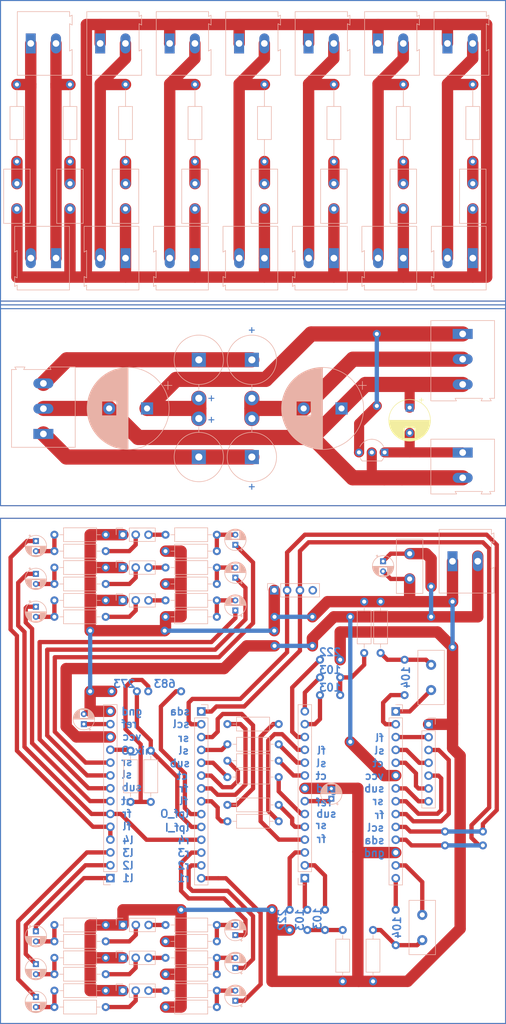
<source format=kicad_pcb>
(kicad_pcb (version 20211014) (generator pcbnew)
  (layers (0 "F.Cu" signal) (31 "B.Cu" signal) (34 "B.Paste" user) (35 "F.Paste" user) (36 "B.SilkS" user "B.Silkscreen") (37 "F.SilkS" user "F.Silkscreen") (38 "B.Mask" user) (39 "F.Mask" user) (44 "Edge.Cuts" user))
  (net 0 "")
  (footprint "Capacitor_THT:CP_Radial_D8.0mm_P5.00mm" (layer "F.Cu") (at 136.25 112.347349 -90)
    (fp_text reference "REF**" hide)
    (fp_text value "CP_Radial_D8.0mm_P5.00mm" hide)
  )
  (footprint "TerminalBlock:TerminalBlock_Altech_AK300-2_P5.00mm" (layer "B.Cu") (at 146.75 121.235 -90)
    (fp_text reference "REF**" hide)
    (fp_text value "TerminalBlock_Altech_AK300-2_P5.00mm" hide)
  )
  (footprint "Resistor_THT:R_Axial_DIN0207_L6.3mm_D2.5mm_P10.16mm_Horizontal" (layer "B.Cu") (at 98.08 214.75 180)
    (fp_text reference "REF**" hide)
    (fp_text value "R_Axial_DIN0207_L6.3mm_D2.5mm_P10.16mm_Horizontal" hide)
  )
  (footprint "TerminalBlock:TerminalBlock_Altech_AK300-3_P5.00mm" (layer "B.Cu") (at 63.74 117.545 90)
    (fp_text reference "REF**" hide)
    (fp_text value "TerminalBlock_Altech_AK300-3_P5.00mm" hide)
  )
  (footprint "Resistor_THT:R_Axial_DIN0207_L6.3mm_D2.5mm_P15.24mm_Horizontal" (layer "B.Cu") (at 148.75 63.62 90)
    (fp_text reference "REF**" hide)
    (fp_text value "R_Axial_DIN0207_L6.3mm_D2.5mm_P15.24mm_Horizontal" hide)
  )
  (footprint "Diode_THT:D_5KP_P7.62mm_Vertical_AnodeUp" (layer "B.Cu") (at 105.012755 122.125 90)
    (fp_text reference "REF**" hide)
    (fp_text value "D_5KP_P7.62mm_Vertical_AnodeUp" hide)
  )
  (footprint "Capacitor_THT:CP_Radial_D4.0mm_P2.00mm" (layer "B.Cu") (at 101.75 223.25 90)
    (fp_text reference "REF**" hide)
    (fp_text value "CP_Radial_D4.0mm_P2.00mm" hide)
  )
  (footprint "Resistor_THT:R_Axial_DIN0207_L6.3mm_D2.5mm_P15.24mm_Horizontal" (layer "B.Cu") (at 121.25 63.62 90)
    (fp_text reference "REF**" hide)
    (fp_text value "R_Axial_DIN0207_L6.3mm_D2.5mm_P15.24mm_Horizontal" hide)
  )
  (footprint "TerminalBlock:TerminalBlock_Altech_AK300-2_P5.00mm" (layer "B.Cu") (at 129.985 40.25)
    (fp_text reference "REF**" hide)
    (fp_text value "TerminalBlock_Altech_AK300-2_P5.00mm" hide)
  )
  (footprint "TerminalBlock:TerminalBlock_Altech_AK300-2_P5.00mm" (layer "B.Cu") (at 88.735 40.25)
    (fp_text reference "REF**" hide)
    (fp_text value "TerminalBlock_Altech_AK300-2_P5.00mm" hide)
  )
  (footprint "Resistor_THT:R_Axial_DIN0207_L6.3mm_D2.5mm_P10.16mm_Horizontal" (layer "B.Cu") (at 100.17 190.98)
    (fp_text reference "REF**" hide)
    (fp_text value "R_Axial_DIN0207_L6.3mm_D2.5mm_P10.16mm_Horizontal" hide)
  )
  (footprint "Resistor_THT:R_Axial_DIN0207_L6.3mm_D2.5mm_P10.16mm_Horizontal" (layer "B.Cu") (at 65.92 144)
    (fp_text reference "REF**" hide)
    (fp_text value "R_Axial_DIN0207_L6.3mm_D2.5mm_P10.16mm_Horizontal" hide)
  )
  (footprint "Connector_PinHeader_2.54mm:PinHeader_1x03_P2.54mm_Vertical" (layer "B.Cu") (at 79.475 227.75 -90)
    (fp_text reference "REF**" hide)
    (fp_text value "PinHeader_1x03_P2.54mm_Vertical" hide)
  )
  (footprint "Resistor_THT:R_Axial_DIN0207_L6.3mm_D2.5mm_P10.16mm_Horizontal" (layer "B.Cu") (at 98.08 137.5 180)
    (fp_text reference "REF**" hide)
    (fp_text value "R_Axial_DIN0207_L6.3mm_D2.5mm_P10.16mm_Horizontal" hide)
  )
  (footprint "TerminalBlock:TerminalBlock_Altech_AK300-2_P5.00mm" (layer "B.Cu") (at 148.75 82.75 180)
    (fp_text reference "REF**" hide)
    (fp_text value "TerminalBlock_Altech_AK300-2_P5.00mm" hide)
  )
  (footprint "Resistor_THT:R_Axial_DIN0207_L6.3mm_D2.5mm_P10.16mm_Horizontal" (layer "B.Cu") (at 98.08 144 180)
    (fp_text reference "REF**" hide)
    (fp_text value "R_Axial_DIN0207_L6.3mm_D2.5mm_P10.16mm_Horizontal" hide)
  )
  (footprint "Resistor_THT:R_Axial_DIN0207_L6.3mm_D2.5mm_P10.16mm_Horizontal" (layer "B.Cu") (at 98.08 231 180)
    (fp_text reference "REF**" hide)
    (fp_text value "R_Axial_DIN0207_L6.3mm_D2.5mm_P10.16mm_Horizontal" hide)
  )
  (footprint "Resistor_THT:R_Axial_DIN0207_L6.3mm_D2.5mm_P10.16mm_Horizontal" (layer "B.Cu") (at 100.17 174.98)
    (fp_text reference "REF**" hide)
    (fp_text value "R_Axial_DIN0207_L6.3mm_D2.5mm_P10.16mm_Horizontal" hide)
  )
  (footprint "Connector_PinHeader_2.54mm:PinHeader_1x07_P2.54mm_Vertical" (layer "B.Cu") (at 140 175.03 180)
    (fp_text reference "REF**" hide)
    (fp_text value "PinHeader_1x07_P2.54mm_Vertical" hide)
  )
  (footprint "Resistor_THT:R_Axial_DIN0207_L6.3mm_D2.5mm_P10.16mm_Horizontal" (layer "B.Cu") (at 65.92 150.5)
    (fp_text reference "REF**" hide)
    (fp_text value "R_Axial_DIN0207_L6.3mm_D2.5mm_P10.16mm_Horizontal" hide)
  )
  (footprint "Resistor_THT:R_Axial_DIN0207_L6.3mm_D2.5mm_P10.16mm_Horizontal" (layer "B.Cu") (at 81 180.23 -90)
    (fp_text reference "REF**" hide)
    (fp_text value "R_Axial_DIN0207_L6.3mm_D2.5mm_P10.16mm_Horizontal" hide)
  )
  (footprint "TerminalBlock:TerminalBlock_Altech_AK300-2_P5.00mm" (layer "B.Cu") (at 116.235 40.25)
    (fp_text reference "REF**" hide)
    (fp_text value "TerminalBlock_Altech_AK300-2_P5.00mm" hide)
  )
  (footprint "TerminalBlock:TerminalBlock_Altech_AK300-2_P5.00mm" (layer "B.Cu") (at 102.485 40.25)
    (fp_text reference "REF**" hide)
    (fp_text value "TerminalBlock_Altech_AK300-2_P5.00mm" hide)
  )
  (footprint "Capacitor_THT:C_Disc_D10.5mm_W5.0mm_P5.00mm" (layer "B.Cu") (at 121.25 73 90)
    (fp_text reference "REF**" hide)
    (fp_text value "C_Disc_D10.5mm_W5.0mm_P5.00mm" hide)
  )
  (footprint "Capacitor_THT:CP_Radial_D4.0mm_P2.00mm" (layer "B.Cu") (at 62.25 229 -90)
    (fp_text reference "REF**" hide)
    (fp_text value "CP_Radial_D4.0mm_P2.00mm" hide)
  )
  (footprint "Resistor_THT:R_Axial_DIN0207_L6.3mm_D2.5mm_P10.16mm_Horizontal" (layer "B.Cu") (at 100.17 178.98)
    (fp_text reference "REF**" hide)
    (fp_text value "R_Axial_DIN0207_L6.3mm_D2.5mm_P10.16mm_Horizontal" hide)
  )
  (footprint "Resistor_THT:R_Axial_DIN0207_L6.3mm_D2.5mm_P10.16mm_Horizontal" (layer "B.Cu") (at 100.17 194.23)
    (fp_text reference "REF**" hide)
    (fp_text value "R_Axial_DIN0207_L6.3mm_D2.5mm_P10.16mm_Horizontal" hide)
  )
  (footprint "Capacitor_THT:CP_Radial_D4.0mm_P2.00mm" (layer "B.Cu") (at 101.75 146 90)
    (fp_text reference "REF**" hide)
    (fp_text value "CP_Radial_D4.0mm_P2.00mm" hide)
  )
  (footprint "Capacitor_THT:C_Disc_D10.5mm_W5.0mm_P5.00mm" (layer "B.Cu") (at 148.75 73 90)
    (fp_text reference "REF**" hide)
    (fp_text value "C_Disc_D10.5mm_W5.0mm_P5.00mm" hide)
  )
  (footprint "Capacitor_THT:CP_Radial_D4.0mm_P2.00mm" (layer "B.Cu") (at 120.75 189.75 90)
    (fp_text reference "REF**" hide)
    (fp_text value "CP_Radial_D4.0mm_P2.00mm" hide)
  )
  (footprint "TerminalBlock:TerminalBlock_Altech_AK300-2_P5.00mm" (layer "B.Cu") (at 61.235 40.25)
    (fp_text reference "REF**" hide)
    (fp_text value "TerminalBlock_Altech_AK300-2_P5.00mm" hide)
  )
  (footprint "TerminalBlock:TerminalBlock_Altech_AK300-2_P5.00mm" (layer "B.Cu") (at 121.25 82.75 180)
    (fp_text reference "REF**" hide)
    (fp_text value "TerminalBlock_Altech_AK300-2_P5.00mm" hide)
  )
  (footprint "TerminalBlock:TerminalBlock_Altech_AK300-2_P5.00mm" (layer "B.Cu") (at 107.5 82.75 180)
    (fp_text reference "REF**" hide)
    (fp_text value "TerminalBlock_Altech_AK300-2_P5.00mm" hide)
  )
  (footprint "Capacitor_THT:CP_Radial_D4.0mm_P2.00mm" (layer "B.Cu") (at 62.25 145.25 -90)
    (fp_text reference "REF**" hide)
    (fp_text value "CP_Radial_D4.0mm_P2.00mm" hide)
  )
  (footprint "Resistor_THT:R_Axial_DIN0207_L6.3mm_D2.5mm_P15.24mm_Horizontal" (layer "B.Cu") (at 135 63.62 90)
    (fp_text reference "REF**" hide)
    (fp_text value "R_Axial_DIN0207_L6.3mm_D2.5mm_P15.24mm_Horizontal" hide)
  )
  (footprint "Diode_THT:D_5KP_P7.62mm_Vertical_AnodeUp" (layer "B.Cu") (at 94.512755 102.87 -90)
    (fp_text reference "REF**" hide)
    (fp_text value "D_5KP_P7.62mm_Vertical_AnodeUp" hide)
  )
  (footprint "Resistor_THT:R_Axial_DIN0207_L6.3mm_D2.5mm_P10.16mm_Horizontal" (layer "B.Cu") (at 98.08 153.75 180)
    (fp_text reference "REF**" hide)
    (fp_text value "R_Axial_DIN0207_L6.3mm_D2.5mm_P10.16mm_Horizontal" hide)
  )
  (footprint "Capacitor_THT:CP_Radial_D4.0mm_P2.00mm" (layer "B.Cu") (at 101.75 152.5 90)
    (fp_text reference "REF**" hide)
    (fp_text value "CP_Radial_D4.0mm_P2.00mm" hide)
  )
  (footprint "TerminalBlock:TerminalBlock_Altech_AK300-2_P5.00mm" (layer "B.Cu") (at 93.75 82.75 180)
    (fp_text reference "REF**" hide)
    (fp_text value "TerminalBlock_Altech_AK300-2_P5.00mm" hide)
  )
  (footprint "Capacitor_THT:C_Disc_D10.5mm_W5.0mm_P5.00mm" (layer "B.Cu") (at 69 73 90)
    (fp_text reference "REF**" hide)
    (fp_text value "C_Disc_D10.5mm_W5.0mm_P5.00mm" hide)
  )
  (footprint "Capacitor_THT:C_Disc_D10.5mm_W5.0mm_P5.00mm" (layer "B.Cu") (at 93.75 73 90)
    (fp_text reference "REF**" hide)
    (fp_text value "C_Disc_D10.5mm_W5.0mm_P5.00mm" hide)
  )
  (footprint "Resistor_THT:R_Axial_DIN0207_L6.3mm_D2.5mm_P15.24mm_Horizontal" (layer "B.Cu") (at 107.5 63.62 90)
    (fp_text reference "REF**" hide)
    (fp_text value "R_Axial_DIN0207_L6.3mm_D2.5mm_P15.24mm_Horizontal" hide)
  )
  (footprint "Resistor_THT:R_Axial_DIN0207_L6.3mm_D2.5mm_P15.24mm_Horizontal" (layer "B.Cu") (at 58.5 63.62 90)
    (fp_text reference "REF**" hide)
    (fp_text value "R_Axial_DIN0207_L6.3mm_D2.5mm_P15.24mm_Horizontal" hide)
  )
  (footprint "TerminalBlock:TerminalBlock_Altech_AK300-2_P5.00mm" (layer "B.Cu") (at 135 82.75 180)
    (fp_text reference "REF**" hide)
    (fp_text value "TerminalBlock_Altech_AK300-2_P5.00mm" hide)
  )
  (footprint "Resistor_THT:R_Axial_DIN0207_L6.3mm_D2.5mm_P10.16mm_Horizontal" (layer "B.Cu") (at 65.92 227.75)
    (fp_text reference "REF**" hide)
    (fp_text value "R_Axial_DIN0207_L6.3mm_D2.5mm_P10.16mm_Horizontal" hide)
  )
  (footprint "Resistor_THT:R_Axial_DIN0207_L6.3mm_D2.5mm_P15.24mm_Horizontal" (layer "B.Cu") (at 80 63.62 90)
    (fp_text reference "REF**" hide)
    (fp_text value "R_Axial_DIN0207_L6.3mm_D2.5mm_P15.24mm_Horizontal" hide)
  )
  (footprint "Capacitor_THT:CP_Radial_D4.0mm_P2.00mm" (layer "B.Cu") (at 62.25 151.75 -90)
    (fp_text reference "REF**" hide)
    (fp_text value "CP_Radial_D4.0mm_P2.00mm" hide)
  )
  (footprint "Capacitor_THT:CP_Radial_D4.0mm_P2.00mm" (layer "B.Cu") (at 62.25 138.75 -90)
    (fp_text reference "REF**" hide)
    (fp_text value "CP_Radial_D4.0mm_P2.00mm" hide)
  )
  (footprint "Resistor_THT:R_Axial_DIN0207_L6.3mm_D2.5mm_P10.16mm_Horizontal" (layer "B.Cu") (at 98.08 150.5 180)
    (fp_text reference "REF**" hide)
    (fp_text value "R_Axial_DIN0207_L6.3mm_D2.5mm_P10.16mm_Horizontal" hide)
  )
  (footprint "TerminalBlock:TerminalBlock_Altech_AK300-2_P5.00mm" (layer "B.Cu") (at 74.985 40.25)
    (fp_text reference "REF**" hide)
    (fp_text value "TerminalBlock_Altech_AK300-2_P5.00mm" hide)
  )
  (footprint "Connector_PinHeader_2.54mm:PinHeader_1x03_P2.54mm_Vertical" (layer "B.Cu") (at 79.475 144 -90)
    (fp_text reference "REF**" hide)
    (fp_text value "PinHeader_1x03_P2.54mm_Vertical" hide)
  )
  (footprint "Connector_PinHeader_2.54mm:PinHeader_1x03_P2.54mm_Vertical" (layer "B.Cu") (at 79.475 221.25 -90)
    (fp_text reference "REF**" hide)
    (fp_text value "PinHeader_1x03_P2.54mm_Vertical" hide)
  )
  (footprint "Capacitor_THT:C_Disc_D10.5mm_W5.0mm_P5.00mm" (layer "B.Cu") (at 136.25 141.25 -90)
    (fp_text reference "REF**" hide)
    (fp_text value "C_Disc_D10.5mm_W5.0mm_P5.00mm" hide)
  )
  (footprint "Resistor_THT:R_Axial_DIN0207_L6.3mm_D2.5mm_P10.16mm_Horizontal" (layer "B.Cu") (at 98.08 227.75 180)
    (fp_text reference "REF**" hide)
    (fp_text value "R_Axial_DIN0207_L6.3mm_D2.5mm_P10.16mm_Horizontal" hide)
  )
  (footprint "Resistor_THT:R_Axial_DIN0207_L6.3mm_D2.5mm_P10.16mm_Horizontal" (layer "B.Cu") (at 65.92 224.5)
    (fp_text reference "REF**" hide)
    (fp_text value "R_Axial_DIN0207_L6.3mm_D2.5mm_P10.16mm_Horizontal" hide)
  )
  (footprint "Capacitor_THT:C_Disc_D10.5mm_W5.0mm_P5.00mm" (layer "B.Cu") (at 135 73 90)
    (fp_text reference "REF**" hide)
    (fp_text value "C_Disc_D10.5mm_W5.0mm_P5.00mm" hide)
  )
  (footprint "Connector_PinHeader_2.54mm:PinHeader_1x03_P2.54mm_Vertical" (layer "B.Cu") (at 79.5 214.75 -90)
    (fp_text reference "REF**" hide)
    (fp_text value "PinHeader_1x03_P2.54mm_Vertical" hide)
  )
  (footprint "Capacitor_THT:CP_Radial_D4.0mm_P2.00mm" (layer "B.Cu") (at 101.75 216.75 90)
    (fp_text reference "REF**" hide)
    (fp_text value "CP_Radial_D4.0mm_P2.00mm" hide)
  )
  (footprint "TerminalBlock:TerminalBlock_Altech_AK300-2_P5.00mm" (layer "B.Cu") (at 66.25 82.75 180)
    (fp_text reference "REF**" hide)
    (fp_text value "TerminalBlock_Altech_AK300-2_P5.00mm" hide)
  )
  (footprint "Resistor_THT:R_Axial_DIN0207_L6.3mm_D2.5mm_P10.16mm_Horizontal" (layer "B.Cu") (at 100.17 182.23)
    (fp_text reference "REF**" hide)
    (fp_text value "R_Axial_DIN0207_L6.3mm_D2.5mm_P10.16mm_Horizontal" hide)
  )
  (footprint "Capacitor_THT:CP_Radial_D4.0mm_P2.00mm" (layer "B.Cu") (at 101.75 139.5 90)
    (fp_text reference "REF**" hide)
    (fp_text value "CP_Radial_D4.0mm_P2.00mm" hide)
  )
  (footprint "Resistor_THT:R_Axial_DIN0207_L6.3mm_D2.5mm_P10.16mm_Horizontal" (layer "B.Cu") (at 65.92 153.75)
    (fp_text reference "REF**" hide)
    (fp_text value "R_Axial_DIN0207_L6.3mm_D2.5mm_P10.16mm_Horizontal" hide)
  )
  (footprint "Resistor_THT:R_Axial_DIN0207_L6.3mm_D2.5mm_P10.16mm_Horizontal" (layer "B.Cu") (at 98.08 224.5 180)
    (fp_text reference "REF**" hide)
    (fp_text value "R_Axial_DIN0207_L6.3mm_D2.5mm_P10.16mm_Horizontal" hide)
  )
  (footprint "Resistor_THT:R_Axial_DIN0207_L6.3mm_D2.5mm_P10.16mm_Horizontal" (layer "B.Cu") (at 127.25 150.75 -90)
    (fp_text reference "REF**" hide)
    (fp_text value "R_Axial_DIN0207_L6.3mm_D2.5mm_P10.16mm_Horizontal" hide)
  )
  (footprint "Resistor_THT:R_Axial_DIN0207_L6.3mm_D2.5mm_P10.16mm_Horizontal" (layer "B.Cu") (at 65.92 231)
    (fp_text reference "REF**" hide)
    (fp_text value "R_Axial_DIN0207_L6.3mm_D2.5mm_P10.16mm_Horizontal" hide)
  )
  (footprint "Resistor_THT:R_Axial_DIN0207_L6.3mm_D2.5mm_P10.16mm_Horizontal" (layer "B.Cu") (at 123 225.91 90)
    (fp_text reference "REF**" hide)
    (fp_text value "R_Axial_DIN0207_L6.3mm_D2.5mm_P10.16mm_Horizontal" hide)
  )
  (footprint "Package_TO_SOT_THT:TO-92L_Inline_Wide" (layer "B.Cu") (at 131.3 121.2 180)
    (fp_text reference "REF**" hide)
    (fp_text value "TO-92L_Inline_Wide" hide)
  )
  (footprint "Diode_THT:D_5KP_P7.62mm_Vertical_AnodeUp" (layer "B.Cu") (at 94.512755 122.12 90)
    (fp_text reference "REF**" hide)
    (fp_text value "D_5KP_P7.62mm_Vertical_AnodeUp" hide)
  )
  (footprint "Capacitor_THT:CP_Radial_D4.0mm_P2.00mm" (layer "B.Cu") (at 62.25 222.5 -90)
    (fp_text reference "REF**" hide)
    (fp_text value "CP_Radial_D4.0mm_P2.00mm" hide)
  )
  (footprint "Capacitor_THT:C_Disc_D10.5mm_W5.0mm_P5.00mm" (layer "B.Cu") (at 58.5 73 90)
    (fp_text reference "REF**" hide)
    (fp_text value "C_Disc_D10.5mm_W5.0mm_P5.00mm" hide)
  )
  (footprint "TerminalBlock:TerminalBlock_Altech_AK300-3_P5.00mm" (layer "B.Cu") (at 146.75 97.75 -90)
    (fp_text reference "REF**" hide)
    (fp_text value "TerminalBlock_Altech_AK300-3_P5.00mm" hide)
  )
  (footprint "Connector_PinHeader_2.54mm:PinHeader_1x14_P2.54mm_Vertical" (layer "B.Cu") (at 95 172.48 180)
    (fp_text reference "REF**" hide)
    (fp_text value "PinHeader_1x14_P2.54mm_Vertical" hide)
  )
  (footprint "Resistor_THT:R_Axial_DIN0207_L6.3mm_D2.5mm_P10.16mm_Horizontal" (layer "B.Cu") (at 65.92 147.25)
    (fp_text reference "REF**" hide)
    (fp_text value "R_Axial_DIN0207_L6.3mm_D2.5mm_P10.16mm_Horizontal" hide)
  )
  (footprint "Capacitor_THT:CP_Radial_D16.0mm_P7.50mm" (layer "B.Cu") (at 84.262755 112.5 180)
    (fp_text reference "REF**" hide)
    (fp_text value "CP_Radial_D16.0mm_P7.50mm" hide)
  )
  (footprint "Resistor_THT:R_Axial_DIN0207_L6.3mm_D2.5mm_P15.24mm_Horizontal" (layer "B.Cu") (at 93.75 63.62 90)
    (fp_text reference "REF**" hide)
    (fp_text value "R_Axial_DIN0207_L6.3mm_D2.5mm_P15.24mm_Horizontal" hide)
  )
  (footprint "Resistor_THT:R_Axial_DIN0207_L6.3mm_D2.5mm_P10.16mm_Horizontal" (layer "B.Cu") (at 98.08 221.25 180)
    (fp_text reference "REF**" hide)
    (fp_text value "R_Axial_DIN0207_L6.3mm_D2.5mm_P10.16mm_Horizontal" hide)
  )
  (footprint "Connector_PinHeader_2.54mm:PinHeader_1x04_P2.54mm_Vertical" (layer "B.Cu") (at 109.45 148.5 -90)
    (fp_text reference "REF**" hide)
    (fp_text value "PinHeader_1x04_P2.54mm_Vertical" hide)
  )
  (footprint "Resistor_THT:R_Axial_DIN0207_L6.3mm_D2.5mm_P10.16mm_Horizontal" (layer "B.Cu") (at 100.17 185.48)
    (fp_text reference "REF**" hide)
    (fp_text value "R_Axial_DIN0207_L6.3mm_D2.5mm_P10.16mm_Horizontal" hide)
  )
  (footprint "Capacitor_THT:C_Disc_D10.5mm_W5.0mm_P5.00mm" (layer "B.Cu") (at 140.5 168.25 90)
    (fp_text reference "REF**" hide)
    (fp_text value "C_Disc_D10.5mm_W5.0mm_P5.00mm" hide)
  )
  (footprint "Capacitor_THT:CP_Radial_D4.0mm_P2.00mm" (layer "B.Cu") (at 131 142.75 -90)
    (fp_text reference "REF**" hide)
    (fp_text value "CP_Radial_D4.0mm_P2.00mm" hide)
  )
  (footprint "Resistor_THT:R_Axial_DIN0207_L6.3mm_D2.5mm_P10.16mm_Horizontal" (layer "B.Cu") (at 130.5 150.75 -90)
    (fp_text reference "REF**" hide)
    (fp_text value "R_Axial_DIN0207_L6.3mm_D2.5mm_P10.16mm_Horizontal" hide)
  )
  (footprint "Resistor_THT:R_Axial_DIN0207_L6.3mm_D2.5mm_P10.16mm_Horizontal" (layer "B.Cu") (at 98.08 218 180)
    (fp_text reference "REF**" hide)
    (fp_text value "R_Axial_DIN0207_L6.3mm_D2.5mm_P10.16mm_Horizontal" hide)
  )
  (footprint "Capacitor_THT:CP_Radial_D16.0mm_P7.50mm" (layer "B.Cu") (at 122.762755 112.5 180)
    (fp_text reference "REF**" hide)
    (fp_text value "CP_Radial_D16.0mm_P7.50mm" hide)
  )
  (footprint "Resistor_THT:R_Axial_DIN0207_L6.3mm_D2.5mm_P10.16mm_Horizontal" (layer "B.Cu") (at 85 180.23 -90)
    (fp_text reference "REF**" hide)
    (fp_text value "R_Axial_DIN0207_L6.3mm_D2.5mm_P10.16mm_Horizontal" hide)
  )
  (footprint "Resistor_THT:R_Axial_DIN0207_L6.3mm_D2.5mm_P10.16mm_Horizontal" (layer "B.Cu") (at 129 225.91 90)
    (fp_text reference "REF**" hide)
    (fp_text value "R_Axial_DIN0207_L6.3mm_D2.5mm_P10.16mm_Horizontal" hide)
  )
  (footprint "Capacitor_THT:C_Disc_D10.5mm_W5.0mm_P5.00mm" (layer "B.Cu") (at 138.75 217.75 90)
    (fp_text reference "REF**" hide)
    (fp_text value "C_Disc_D10.5mm_W5.0mm_P5.00mm" hide)
  )
  (footprint "Capacitor_THT:CP_Radial_D4.0mm_P2.00mm" (layer "B.Cu") (at 101.75 229.75 90)
    (fp_text reference "REF**" hide)
    (fp_text value "CP_Radial_D4.0mm_P2.00mm" hide)
  )
  (footprint "Resistor_THT:R_Axial_DIN0207_L6.3mm_D2.5mm_P10.16mm_Horizontal" (layer "B.Cu") (at 65.92 221.25)
    (fp_text reference "REF**" hide)
    (fp_text value "R_Axial_DIN0207_L6.3mm_D2.5mm_P10.16mm_Horizontal" hide)
  )
  (footprint "Connector_PinHeader_2.54mm:PinHeader_1x03_P2.54mm_Vertical" (layer "B.Cu") (at 79.475 150.5 -90)
    (fp_text reference "REF**" hide)
    (fp_text value "PinHeader_1x03_P2.54mm_Vertical" hide)
  )
  (footprint "Resistor_THT:R_Axial_DIN0207_L6.3mm_D2.5mm_P10.16mm_Horizontal" (layer "B.Cu") (at 65.92 214.75)
    (fp_text reference "REF**" hide)
    (fp_text value "R_Axial_DIN0207_L6.3mm_D2.5mm_P10.16mm_Horizontal" hide)
  )
  (footprint "TerminalBlock:TerminalBlock_Altech_AK300-2_P5.00mm" (layer "B.Cu") (at 80 82.75 180)
    (fp_text reference "REF**" hide)
    (fp_text value "TerminalBlock_Altech_AK300-2_P5.00mm" hide)
  )
  (footprint "Capacitor_THT:CP_Radial_D4.0mm_P2.00mm" (layer "B.Cu") (at 62.25 216 -90)
    (fp_text reference "REF**" hide)
    (fp_text value "CP_Radial_D4.0mm_P2.00mm" hide)
  )
  (footprint "Resistor_THT:R_Axial_DIN0207_L6.3mm_D2.5mm_P10.16mm_Horizontal" (layer "B.Cu") (at 65.92 218)
    (fp_text reference "REF**" hide)
    (fp_text value "R_Axial_DIN0207_L6.3mm_D2.5mm_P10.16mm_Horizontal" hide)
  )
  (footprint "Capacitor_THT:C_Disc_D10.5mm_W5.0mm_P5.00mm" (layer "B.Cu") (at 80 73 90)
    (fp_text reference "REF**" hide)
    (fp_text value "C_Disc_D10.5mm_W5.0mm_P5.00mm" hide)
  )
  (footprint "Resistor_THT:R_Axial_DIN0207_L6.3mm_D2.5mm_P10.16mm_Horizontal" (layer "B.Cu") (at 65.92 137.5)
    (fp_text reference "REF**" hide)
    (fp_text value "R_Axial_DIN0207_L6.3mm_D2.5mm_P10.16mm_Horizontal" hide)
  )
  (footprint "Resistor_THT:R_Axial_DIN0207_L6.3mm_D2.5mm_P10.16mm_Horizontal" (layer "B.Cu") (at 98.08 147.25 180)
    (fp_text reference "REF**" hide)
    (fp_text value "R_Axial_DIN0207_L6.3mm_D2.5mm_P10.16mm_Horizontal" hide)
  )
  (footprint "Resistor_THT:R_Axial_DIN0207_L6.3mm_D2.5mm_P10.16mm_Horizontal" (layer "B.Cu") (at 98.08 140.75 180)
    (fp_text reference "REF**" hide)
    (fp_text value "R_Axial_DIN0207_L6.3mm_D2.5mm_P10.16mm_Horizontal" hide)
  )
  (footprint "Capacitor_THT:CP_Radial_D4.0mm_P2.00mm" (layer "B.Cu") (at 71.75 175 90)
    (fp_text reference "REF**" hide)
    (fp_text value "CP_Radial_D4.0mm_P2.00mm" hide)
  )
  (footprint "Connector_PinHeader_2.54mm:PinHeader_1x03_P2.54mm_Vertical" (layer "B.Cu") (at 79.475 137.5 -90)
    (fp_text reference "REF**" hide)
    (fp_text value "PinHeader_1x03_P2.54mm_Vertical" hide)
  )
  (footprint "Resistor_THT:R_Axial_DIN0207_L6.3mm_D2.5mm_P15.24mm_Horizontal" (layer "B.Cu") (at 69 63.62 90)
    (fp_text reference "REF**" hide)
    (fp_text value "R_Axial_DIN0207_L6.3mm_D2.5mm_P15.24mm_Horizontal" hide)
  )
  (footprint "Diode_THT:D_5KP_P7.62mm_Vertical_AnodeUp" (layer "B.Cu") (at 105.012755 102.875 -90)
    (fp_text reference "REF**" hide)
    (fp_text value "D_5KP_P7.62mm_Vertical_AnodeUp" hide)
  )
  (footprint "Capacitor_THT:C_Disc_D10.5mm_W5.0mm_P5.00mm" (layer "B.Cu") (at 107.5 73 90)
    (fp_text reference "REF**" hide)
    (fp_text value "C_Disc_D10.5mm_W5.0mm_P5.00mm" hide)
  )
  (footprint "TerminalBlock:TerminalBlock_Altech_AK300-2_P5.00mm" (layer "B.Cu") (at 143.735 40.25)
    (fp_text reference "REF**" hide)
    (fp_text value "TerminalBlock_Altech_AK300-2_P5.00mm" hide)
  )
  (footprint "TerminalBlock:TerminalBlock_Altech_AK300-2_P5.00mm" (layer "B.Cu") (at 144.735 142.75)
    (fp_text reference "REF**" hide)
    (fp_text value "TerminalBlock_Altech_AK300-2_P5.00mm" hide)
  )
  (footprint "Connector_PinHeader_2.54mm:PinHeader_1x14_P2.54mm_Vertical" (layer "B.Cu") (at 77 205.47)
    (fp_text reference "REF**" hide)
    (fp_text value "PinHeader_1x14_P2.54mm_Vertical" hide)
  )
  (footprint "Connector_PinHeader_2.54mm:PinHeader_1x14_P2.54mm_Vertical" (layer "B.Cu") (at 133.5 172.48 180)
    (fp_text reference "REF**" hide)
    (fp_text value "PinHeader_1x14_P2.54mm_Vertical" hide)
  )
  (footprint "Resistor_THT:R_Axial_DIN0207_L6.3mm_D2.5mm_P10.16mm_Horizontal" (layer "B.Cu") (at 65.92 140.75)
    (fp_text reference "REF**" hide)
    (fp_text value "R_Axial_DIN0207_L6.3mm_D2.5mm_P10.16mm_Horizontal" hide)
  )
  (footprint "Connector_PinHeader_2.54mm:PinHeader_1x14_P2.54mm_Vertical" (layer "B.Cu") (at 115.5 205.48)
    (fp_text reference "REF**" hide)
    (fp_text value "PinHeader_1x14_P2.54mm_Vertical" hide)
  )
  (gr_rect (start 55.25 134.25) (end 155.25 234.25) (layer "F.Cu") (width 0.2) (fill none))
  (gr_line (start 155.25 91.25) (end 55.25 91.25) (layer "F.Cu") (width 0.2))
  (gr_line (start 155.25 92) (end 55.25 92) (layer "F.Cu") (width 0.2))
  (gr_line (start 155.25 92.75) (end 55.25 92.75) (layer "F.Cu") (width 0.2))
  (gr_rect (start 55.25 31.75) (end 155.25 131.75) (layer "F.Cu") (width 0.2) (fill none))
  (gr_line (start 105 128.5) (end 105 127.5) (layer "B.Cu") (width 0.2))
  (gr_line (start 155.25 91.25) (end 55.25 91.25) (layer "B.Cu") (width 0.2))
  (gr_line (start 97 111) (end 97 110) (layer "B.Cu") (width 0.2))
  (gr_line (start 105 97.5) (end 105 96.5) (layer "B.Cu") (width 0.2))
  (gr_line (start 97 115.25) (end 97 114.25) (layer "B.Cu") (width 0.2))
  (gr_line (start 155.25 92.75) (end 55.25 92.75) (layer "B.Cu") (width 0.2))
  (gr_line (start 96.5 114.75) (end 97.5 114.75) (layer "B.Cu") (width 0.2))
  (gr_rect (start 55.25 134.25) (end 155.25 234.25) (layer "B.Cu") (width 0.2) (fill none))
  (gr_line (start 104.5 97) (end 105.5 97) (layer "B.Cu") (width 0.2))
  (gr_line (start 155.25 92) (end 55.25 92) (layer "B.Cu") (width 0.2))
  (gr_line (start 96.5 110.5) (end 97.5 110.5) (layer "B.Cu") (width 0.2))
  (gr_rect (start 55.25 31.75) (end 155.25 131.75) (layer "B.Cu") (width 0.2) (fill none))
  (gr_line (start 104.5 128) (end 105.5 128) (layer "B.Cu") (width 0.2))
  (gr_text "ref" (at 80.75 174.98) (layer "B.Cu") (effects (font (size 1.5 1.5) (thickness 0.3)) (justify mirror)))
  (gr_text "mix_O" (at 82.5 180.23) (layer "B.Cu") (effects (font (size 1.5 1.5) (thickness 0.3)) (justify mirror)))
  (gr_text "lpf_O" (at 89.75 192.73) (layer "B.Cu") (effects (font (size 1.5 1.5) (thickness 0.3)) (justify mirror)))
  (gr_text "sl" (at 130.25 180.23) (layer "B.Cu") (effects (font (size 1.5 1.5) (thickness 0.3)) (justify mirror)))
  (gr_text "103" (at 114.5 213.75 90) (layer "B.Cu") (effects (font (size 1.5 1.5) (thickness 0.3)) (justify mirror)))
  (gr_text "fr" (at 130.25 192.98) (layer "B.Cu") (effects (font (size 1.5 1.5) (thickness 0.3)) (justify mirror)))
  (gr_text "sl" (at 91.5 180.23) (layer "B.Cu") (effects (font (size 1.5 1.5) (thickness 0.3)) (justify mirror)))
  (gr_text "sr" (at 80.25 182.48) (layer "B.Cu") (effects (font (size 1.5 1.5) (thickness 0.3)) (justify mirror)))
  (gr_text "vcc" (at 129.25 185.23) (layer "B.Cu") (effects (font (size 1.5 1.5) (thickness 0.3)) (justify mirror)))
  (gr_text "lpf_I" (at 90.25 195.48) (layer "B.Cu") (effects (font (size 1.5 1.5) (thickness 0.3)) (justify mirror)))
  (gr_text "r1" (at 91.5 205.48) (layer "B.Cu") (effects (font (size 1.5 1.5) (thickness 0.3)) (justify mirror)))
  (gr_text "sr" (at 118.75 194.98) (layer "B.Cu") (effects (font (size 1.5 1.5) (thickness 0.3)) (justify mirror)))
  (gr_text "ct" (at 80.25 190.23) (layer "B.Cu") (effects (font (size 1.5 1.5) (thickness 0.3)) (justify mirror)))
  (gr_text "ct" (at 118.75 185.23) (layer "B.Cu") (effects (font (size 1.5 1.5) (thickness 0.3)) (justify mirror)))
  (gr_text "l2" (at 80.5 202.98) (layer "B.Cu") (effects (font (size 1.5 1.5) (thickness 0.3)) (justify mirror)))
  (gr_text "r2" (at 91.5 202.98) (layer "B.Cu") (effects (font (size 1.5 1.5) (thickness 0.3)) (justify mirror)))
  (gr_text "ct" (at 130 182.73) (layer "B.Cu") (effects (font (size 1.5 1.5) (thickness 0.3)) (justify mirror)))
  (gr_text "683" (at 87.75 167) (layer "B.Cu") (effects (font (size 1.5 1.5) (thickness 0.3)) (justify mirror)))
  (gr_text "sub" (at 81.25 187.48) (layer "B.Cu") (effects (font (size 1.5 1.5) (thickness 0.3)) (justify mirror)))
  (gr_text "gnd" (at 129.25 200.48) (layer "B.Cu") (effects (font (size 1.5 1.5) (thickness 0.3)) (justify mirror)))
  (gr_text "273" (at 79.75 167) (layer "B.Cu") (effects (font (size 1.5 1.5) (thickness 0.3)) (justify mirror)))
  (gr_text "fr" (at 118.75 197.73) (layer "B.Cu") (effects (font (size 1.5 1.5) (thickness 0.3)) (justify mirror)))
  (gr_text "sl" (at 118.75 182.73) (layer "B.Cu") (effects (font (size 1.5 1.5) (thickness 0.3)) (justify mirror)))
  (gr_text "r3" (at 91.5 200.48) (layer "B.Cu") (effects (font (size 1.5 1.5) (thickness 0.3)) (justify mirror)))
  (gr_text "222" (at 111 213.75 90) (layer "B.Cu") (effects (font (size 1.5 1.5) (thickness 0.3)) (justify mirror)))
  (gr_text "gnd" (at 119.75 187.73) (layer "B.Cu") (effects (font (size 1.5 1.5) (thickness 0.3)) (justify mirror)))
  (gr_text "sr" (at 130 190.23) (layer "B.Cu") (effects (font (size 1.5 1.5) (thickness 0.3)) (justify mirror)))
  (gr_text "fr" (at 80.25 192.73) (layer "B.Cu") (effects (font (size 1.5 1.5) (thickness 0.3)) (justify mirror)))
  (gr_text "fl" (at 130.25 177.73) (layer "B.Cu") (effects (font (size 1.5 1.5) (thickness 0.3)) (justify mirror)))
  (gr_text "r4" (at 91.5 197.98) (layer "B.Cu") (effects (font (size 1.5 1.5) (thickness 0.3)) (justify mirror)))
  (gr_text "l1" (at 80.5 205.48) (layer "B.Cu") (effects (font (size 1.5 1.5) (thickness 0.3)) (justify mirror)))
  (gr_text "vcc" (at 81.25 177.48) (layer "B.Cu") (effects (font (size 1.5 1.5) (thickness 0.3)) (justify mirror)))
  (gr_text "104" (at 135.5 165.75 90) (layer "B.Cu") (effects (font (size 1.5 1.5) (thickness 0.3)) (justify mirror)))
  (gr_text "fl" (at 91.5 190.23) (layer "B.Cu") (effects (font (size 1.5 1.5) (thickness 0.3)) (justify mirror)))
  (gr_text "222" (at 120.5 160.75) (layer "B.Cu") (effects (font (size 1.5 1.5) (thickness 0.3)) (justify mirror)))
  (gr_text "l4" (at 80.5 197.98) (layer "B.Cu") (effects (font (size 1.5 1.5) (thickness 0.3)) (justify mirror)))
  (gr_text "sr" (at 91.5 177.73) (layer "B.Cu") (effects (font (size 1.5 1.5) (thickness 0.3)) (justify mirror)))
  (gr_text "sl" (at 80.25 184.98) (layer "B.Cu") (effects (font (size 1.5 1.5) (thickness 0.3)) (justify mirror)))
  (gr_text "ct" (at 91.25 185.23) (layer "B.Cu") (effects (font (size 1.5 1.5) (thickness 0.3)) (justify mirror)))
  (gr_text "l3" (at 80.5 200.48) (layer "B.Cu") (effects (font (size 1.5 1.5) (thickness 0.3)) (justify mirror)))
  (gr_text "103" (at 120.5 164.25) (layer "B.Cu") (effects (font (size 1.5 1.5) (thickness 0.3)) (justify mirror)))
  (gr_text "103" (at 118 213.5 90) (layer "B.Cu") (effects (font (size 1.5 1.5) (thickness 0.3)) (justify mirror)))
  (gr_text "fl" (at 80.25 195.23) (layer "B.Cu") (effects (font (size 1.5 1.5) (thickness 0.3)) (justify mirror)))
  (gr_text "sub" (at 90.75 182.73) (layer "B.Cu") (effects (font (size 1.5 1.5) (thickness 0.3)) (justify mirror)))
  (gr_text "gnd" (at 81.25 172.48) (layer "B.Cu") (effects (font (size 1.5 1.5) (thickness 0.3)) (justify mirror)))
  (gr_text "sda" (at 90.75 172.48) (layer "B.Cu") (effects (font (size 1.5 1.5) (thickness 0.3)) (justify mirror)))
  (gr_text "sub" (at 119.75 192.73) (layer "B.Cu") (effects (font (size 1.5 1.5) (thickness 0.3)) (justify mirror)))
  (gr_text "104" (at 133.75 215.25 90) (layer "B.Cu") (effects (font (size 1.5 1.5) (thickness 0.3)) (justify mirror)))
  (gr_text "fl" (at 118.75 180.23) (layer "B.Cu") (effects (font (size 1.5 1.5) (thickness 0.3)) (justify mirror)))
  (gr_text "fr" (at 91.5 187.73) (layer "B.Cu") (effects (font (size 1.5 1.5) (thickness 0.3)) (justify mirror)))
  (gr_text "scl" (at 129.5 195.48) (layer "B.Cu") (effects (font (size 1.5 1.5) (thickness 0.3)) (justify mirror)))
  (gr_text "sub" (at 129.25 187.73) (layer "B.Cu") (effects (font (size 1.5 1.5) (thickness 0.3)) (justify mirror)))
  (gr_text "ref" (at 119.25 190.48) (layer "B.Cu") (effects (font (size 1.5 1.5) (thickness 0.3)) (justify mirror)))
  (gr_text "sda" (at 129.25 197.98) (layer "B.Cu") (effects (font (size 1.5 1.5) (thickness 0.3)) (justify mirror)))
  (gr_text "scl" (at 91 174.98) (layer "B.Cu") (effects (font (size 1.5 1.5) (thickness 0.3)) (justify mirror)))
  (gr_text "103" (at 120.5 167.75) (layer "B.Cu") (effects (font (size 1.5 1.5) (thickness 0.3)) (justify mirror)))
  (segment (start 72.4 185.15) (end 77 185.15) (width 0.85) (layer "F.Cu") (net 0))
  (segment (start 82.015 221.25) (end 82 221.265) (width 0.85) (layer "F.Cu") (net 0))
  (segment (start 62.25 215) (end 62.25 216) (width 0.85) (layer "F.Cu") (net 0))
  (segment (start 121.25 63.62) (end 121.25 68) (width 2.25) (layer "F.Cu") (net 0))
  (segment (start 126.16 225.91) (end 129 225.91) (width 2.25) (layer "F.Cu") (net 0))
  (segment (start 117 158) (end 121.25 153.75) (width 2.25) (layer "F.Cu") (net 0))
  (segment (start 87.92 214.75) (end 84.58 214.75) (width 0.85) (layer "F.Cu") (net 0))
  (segment (start 65.92 153.75) (end 62.25 153.75) (width 0.85) (layer "F.Cu") (net 0))
  (segment (start 76.08 153.75) (end 80.765 153.75) (width 0.85) (layer "F.Cu") (net 0))
  (segment (start 135.62 180.1) (end 133.5 180.1) (width 0.85) (layer "F.Cu") (net 0))
  (segment (start 73.56 195.31) (end 77 195.31) (width 0.85) (layer "F.Cu") (net 0))
  (segment (start 82.04 214.75) (end 82.04 216.71) (width 0.85) (layer "F.Cu") (net 0))
  (segment (start 65.92 147.25) (end 62.25 147.25) (width 0.85) (layer "F.Cu") (net 0))
  (segment (start 144 192.73) (end 144 182.105) (width 0.85) (layer "F.Cu") (net 0))
  (segment (start 135.51 190.26) (end 137.98 192.73) (width 0.85) (layer "F.Cu") (net 0))
  (segment (start 75 48.25) (end 79.985 43.265) (width 2.25) (layer "F.Cu") (net 0))
  (segment (start 136.25 107.75) (end 146.75 107.75) (width 3) (layer "F.Cu") (net 0))
  (segment (start 143.25 199) (end 136.625 199) (width 0.85) (layer "F.Cu") (net 0))
  (segment (start 61.5 178.75) (end 72.98 190.23) (width 0.85) (layer "F.Cu") (net 0))
  (segment (start 109.45 156.5) (end 109.45 148.5) (width 2.25) (layer "F.Cu") (net 0))
  (segment (start 88.75 36.5) (end 74.985 36.5) (width 2.25) (layer "F.Cu") (net 0))
  (segment (start 58.5 180.25) (end 73.56 195.31) (width 0.85) (layer "F.Cu") (net 0))
  (segment (start 98.25 176.48) (end 97.17 177.56) (width 0.85) (layer "F.Cu") (net 0))
  (segment (start 129.75 112) (end 126.25 115.5) (width 2) (layer "F.Cu") (net 0))
  (segment (start 73 144) (end 76.08 144) (width 2.25) (layer "F.Cu") (net 0))
  (segment (start 127.5 107.75) (end 136.25 107.75) (width 3) (layer "F.Cu") (net 0))
  (segment (start 91 140.75) (end 91 147.25) (width 2.25) (layer "F.Cu") (net 0))
  (segment (start 116 215.75) (end 119.5 215.75) (width 0.85) (layer "F.Cu") (net 0))
  (segment (start 103.75 148) (end 103.75 154.25) (width 0.85) (layer "F.Cu") (net 0))
  (segment (start 107.75 106.75) (end 116.75 97.75) (width 3) (layer "F.Cu") (net 0))
  (segment (start 142.5 192) (end 142.5 185.73) (width 0.85) (layer "F.Cu") (net 0))
  (segment (start 115.5 202.94) (end 117.44 202.94) (width 0.85) (layer "F.Cu") (net 0))
  (segment (start 92.925 192.8) (end 95 192.8) (width 0.85) (layer "F.Cu") (net 0))
  (segment (start 61.235 48.265) (end 61.235 82.735) (width 2.25) (layer "F.Cu") (net 0))
  (segment (start 94.5 112.5) (end 84.262755 112.5) (width 3) (layer "F.Cu") (net 0))
  (segment (start 151.5 137.5) (end 115.5 137.5) (width 0.85) (layer "F.Cu") (net 0))
  (segment (start 84.555 221.25) (end 87.92 221.25) (width 0.85) (layer "F.Cu") (net 0))
  (segment (start 99.875 205.5) (end 98.375 205.5) (width 0.85) (layer "F.Cu") (net 0))
  (segment (start 117 159.5) (end 117 158) (width 2.25) (layer "F.Cu") (net 0))
  (segment (start 110.33 194.23) (end 108.25 192.15) (width 0.85) (layer "F.Cu") (net 0))
  (segment (start 65.92 214.75) (end 65.92 218) (width 0.85) (layer "F.Cu") (net 0))
  (segment (start 109 215.75) (end 109 225.91) (width 2.25) (layer "F.Cu") (net 0))
  (segment (start 66 161.75) (end 66 176.5) (width 0.85) (layer "F.Cu") (net 0))
  (segment (start 144.75 170.28) (end 144.75 175) (width 2.25) (layer "F.Cu") (net 0))
  (segment (start 65.92 221.25) (end 65.92 224.5) (width 0.85) (layer "F.Cu") (net 0))
  (segment (start 109.25 174.98) (end 106.75 177.48) (width 0.85) (layer "F.Cu") (net 0))
  (segment (start 103 172.98) (end 99.25 172.98) (width 0.85) (layer "F.Cu") (net 0))
  (segment (start 135 86.5) (end 148.75 86.5) (width 2.25) (layer "F.Cu") (net 0))
  (segment (start 113 194.75) (end 113 193.65) (width 0.85) (layer "F.Cu") (net 0))
  (segment (start 136.25 150.75) (end 120 150.75) (width 2.25) (layer "F.Cu") (net 0))
  (segment (start 93.75 86.5) (end 107.5 86.5) (width 2.25) (layer "F.Cu") (net 0))
  (segment (start 144 182.105) (end 142.005 180.11) (width 0.85) (layer "F.Cu") (net 0))
  (segment (start 84.262755 112.5) (end 90.012755 106.75) (width 3) (layer "F.Cu") (net 0))
  (segment (start 132.5 169.25) (end 135.25 169.25) (width 0.85) (layer "F.Cu") (net 0))
  (segment (start 84.555 227.75) (end 87.92 227.75) (width 0.85) (layer "F.Cu") (net 0))
  (segment (start 106.75 226.5) (end 106.75 212.375) (width 0.85) (layer "F.Cu") (net 0))
  (segment (start 136.98 194.23) (end 142.5 194.23) (width 0.85) (layer "F.Cu") (net 0))
  (segment (start 108.25 178.23) (end 109.5 176.98) (width 0.85) (layer "F.Cu") (net 0))
  (segment (start 80 63.62) (end 80 68) (width 2.25) (layer "F.Cu") (net 0))
  (segment (start 98.5 161.75) (end 66 161.75) (width 0.85) (layer "F.Cu") (net 0))
  (segment (start 133.5 205.5) (end 133.5 211.75) (width 0.85) (layer "F.Cu") (net 0))
  (segment (start 71.78 205.47) (end 62.25 215) (width 0.85) (layer "F.Cu") (net 0))
  (segment (start 128.75 126.347349) (end 128.75 121.21) (width 2) (layer "F.Cu") (net 0))
  (segment (start 136.27 172.48) (end 140.5 168.25) (width 0.85) (layer "F.Cu") (net 0))
  (segment (start 135.505 197.88) (end 133.5 197.88) (width 0.85) (layer "F.Cu") (net 0))
  (segment (start 90.25 185.48) (end 90.25 192.5) (width 0.85) (layer "F.Cu") (net 0))
  (segment (start 115.5 211.25) (end 115.5 205.48) (width 0.85) (layer "F.Cu") (net 0))
  (segment (start 116.25 48.25) (end 116.38 48.38) (width 2.25) (layer "F.Cu") (net 0))
  (segment (start 92.5 174.5) (end 92.5 170.75) (width 0.85) (layer "F.Cu") (net 0))
  (segment (start 130 48.5) (end 130 48.25) (width 2.25) (layer "F.Cu") (net 0))
  (segment (start 82.04 216.71) (end 80.75 218) (width 0.85) (layer "F.Cu") (net 0))
  (segment (start 139.5 141.25) (end 136.25 141.25) (width 2.25) (layer "F.Cu") (net 0))
  (segment (start 66.235 48.235) (end 66.235 82.735) (width 2.25) (layer "F.Cu") (net 0))
  (segment (start 110.38 197.86) (end 115.5 197.86) (width 0.85) (layer "F.Cu") (net 0))
  (segment (start 95 190.26) (end 97.01 190.26) (width 0.85) (layer "F.Cu") (net 0))
  (segment (start 114.1 180.08) (end 115.5 180.08) (width 0.85) (layer "F.Cu") (net 0))
  (segment (start 133.5 218.75) (end 130.5 215.75) (width 0.85) (layer "F.Cu") (net 0))
  (segment (start 66 176.5) (end 72.11 182.61) (width 0.85) (layer "F.Cu") (net 0))
  (segment (start 131 170.75) (end 132.5 169.25) (width 0.85) (layer "F.Cu") (net 0))
  (segment (start 142.005 180.11) (end 140 180.11) (width 0.85) (layer "F.Cu") (net 0))
  (segment (start 91.75 191.625) (end 92.925 192.8) (width 0.85) (layer "F.Cu") (net 0))
  (segment (start 122.762755 112.487245) (end 127.5 107.75) (width 3) (layer "F.Cu") (net 0))
  (segment (start 114.53 160.47) (end 114.53 148.5) (width 0.85) (layer "F.Cu") (net 0))
  (segment (start 135.465 195.34) (end 133.5 195.34) (width 0.85) (layer "F.Cu") (net 0))
  (segment (start 126 225.75) (end 126.16 225.91) (width 2.25) (layer "F.Cu") (net 0))
  (segment (start 82.015 146) (end 80.765 147.25) (width 0.85) (layer "F.Cu") (net 0))
  (segment (start 131.235 126.235) (end 134.735 126.235) (width 3) (layer "F.Cu") (net 0))
  (segment (start 125.012755 102.75) (end 146.75 102.75) (width 3) (layer "F.Cu") (net 0))
  (segment (start 103.5 223.25) (end 105.25 221.5) (width 0.85) (layer "F.Cu") (net 0))
  (segment (start 113 167.75) (end 118.5 162.25) (width 0.85) (layer "F.Cu") (net 0))
  (segment (start 93.25 208) (end 92.5 207.25) (width 0.85) (layer "F.Cu") (net 0))
  (segment (start 109 211.75) (end 109 215.75) (width 2.25) (layer "F.Cu") (net 0))
  (segment (start 73 214.75) (end 76.08 214.75) (width 2.25) (layer "F.Cu") (net 0))
  (segment (start 115.5 190.24) (end 120.26 190.24) (width 0.85) (layer "F.Cu") (net 0))
  (segment (start 66.235 82.735) (end 66.25 82.75) (width 2.25) (layer "F.Cu") (net 0))
  (segment (start 93.09 195.34) (end 95 195.34) (width 0.85) (layer "F.Cu") (net 0))
  (segment (start 130.13 48.38) (end 135 48.38) (width 2.25) (layer "F.Cu") (net 0))
  (segment (start 74.985 36.5) (end 72.25 36.5) (width 2.25) (layer "F.Cu") (net 0))
  (segment (start 107.5 86.5) (end 121.25 86.5) (width 2.25) (layer "F.Cu") (net 0))
  (segment (start 91 218) (end 91 211.75) (width 2.25) (layer "F.Cu") (net 0))
  (segment (start 72.36 200.39) (end 77 200.39) (width 0.85) (layer "F.Cu") (net 0))
  (segment (start 97 172.5) (end 98 171.5) (width 0.85) (layer "F.Cu") (net 0))
  (segment (start 65.92 144) (end 65.92 147.25) (width 0.85) (layer "F.Cu") (net 0))
  (segment (start 98.08 153.75) (end 98.08 150.5) (width 0.85) (layer "F.Cu") (net 0))
  (segment (start 119.5 215.75) (end 123 215.75) (width 0.85) (layer "F.Cu") (net 0))
  (segment (start 105.02551 112.5) (end 115.262755 112.5) (width 3) (layer "F.Cu") (net 0))
  (segment (start 110.33 188.31) (end 110.33 185.48) (width 0.85) (layer "F.Cu") (net 0))
  (segment (start 73 168.5) (end 73 172.45) (width 2.25) (layer "F.Cu") (net 0))
  (segment (start 97.01 190.26) (end 98.25 191.5) (width 0.85) (layer "F.Cu") (net 0))
  (segment (start 84.5 167.5) (end 84.5 168.5) (width 0.85) (layer "F.Cu") (net 0))
  (segment (start 58.5 48.38) (end 61.12 48.38) (width 2.25) (layer "F.Cu") (net 0))
  (segment (start 107.485 43.265) (end 107.485 40.25) (width 2.25) (layer "F.Cu") (net 0))
  (segment (start 138.75 206.25) (end 135.46 202.96) (width 0.85) (layer "F.Cu") (net 0))
  (segment (start 136.3 121.2) (end 136.25 121.15) (width 2) (layer "F.Cu") (net 0))
  (segment (start 98.08 227.75) (end 101.75 227.75) (width 0.85) (layer "F.Cu") (net 0))
  (segment (start 121.25 86.5) (end 121.25 82.75) (width 2.25) (layer "F.Cu") (net 0))
  (segment (start 83 179) (end 80 176) (width 0.85) (layer "F.Cu") (net 0))
  (segment (start 150.75 199) (end 150 199) (width 0.85) (layer "F.Cu") (net 0))
  (segment (start 98.08 218) (end 98.08 214.75) (width 0.85) (layer "F.Cu") (net 0))
  (segment (start 106.75 212.375) (end 99.875 205.5) (width 0.85) (layer "F.Cu") (net 0))
  (segment (start 80 86.5) (end 80 82.75) (width 2.25) (layer "F.Cu") (net 0))
  (segment (start 107.5 82.75) (end 107.5 73) (width 2.25) (layer "F.Cu") (net 0))
  (segment (start 98.08 137.5) (end 101.75 137.5) (width 0.85) (layer "F.Cu") (net 0))
  (segment (start 116.25 48.25) (end 121.235 43.265) (width 2.25) (layer "F.Cu") (net 0))
  (segment (start 76.08 150.5) (end 79.475 150.5) (width 2.25) (layer "F.Cu") (net 0))
  (segment (start 94.512755 102.87) (end 68.38 102.87) (width 3) (layer "F.Cu") (net 0))
  (segment (start 130 48.25) (end 134.985 43.265) (width 2.25) (layer "F.Cu") (net 0))
  (segment (start 143.25 196.25) (end 136.375 196.25) (width 0.85) (layer "F.Cu") (net 0))
  (segment (start 150 199) (end 148.5 197.5) (width 0.85) (layer "F.Cu") (net 0))
  (segment (start 98 171.5) (end 103.5 171.5) (width 0.85) (layer "F.Cu") (net 0))
  (segment (start 66.38 48.38) (end 66.235 48.235) (width 2.25) (layer "F.Cu") (net 0))
  (segment (start 105.25 143) (end 105.25 155) (width 0.85) (layer "F.Cu") (net 0))
  (segment (start 115.5 137.5) (end 111.99 141.01) (width 0.85) (layer "F.Cu") (net 0))
  (segment (start 149.735 153.75) (end 149.735 142.75) (width 2.25) (layer "F.Cu") (net 0))
  (segment (start 132.5 141.25) (end 131 142.75) (width 0.85) (layer "F.Cu") (net 0))
  (segment (start 133.5 177.56) (end 139.99 177.56) (width 0.85) (layer "F.Cu") (net 0))
  (segment (start 111 176.98) (end 114.1 180.08) (width 0.85) (layer "F.Cu") (net 0))
  (segment (start 82.015 137.5) (end 82.015 139.485) (width 0.85) (layer "F.Cu") (net 0))
  (segment (start 76.08 137.5) (end 79.475 137.5) (width 2.25) (layer "F.Cu") (net 0))
  (segment (start 135.49 187.72) (end 133.5 187.72) (width 0.85) (layer "F.Cu") (net 0))
  (segment (start 135.62 180.1) (end 138.17 182.65) (width 0.85) (layer "F.Cu") (net 0))
  (segment (start 68.25 164) (end 68.25 175.5) (width 2.25) (layer "F.Cu") (net 0))
  (segment (start 103.5 229.75) (end 106.75 226.5) (width 0.85) (layer "F.Cu") (net 0))
  (segment (start 140.5 163.25) (end 139.5 162.25) (width 0.85) (layer "F.Cu") (net 0))
  (segment (start 93.04 202.96) (end 95 202.96) (width 0.85) (layer "F.Cu") (net 0))
  (segment (start 102.5 48.25) (end 102.63 48.38) (width 2.25) (layer "F.Cu") (net 0))
  (segment (start 102.5 36.5) (end 102.5 40.235) (width 2.25) (layer "F.Cu") (net 0))
  (segment (start 61.12 48.38) (end 61.235 48.265) (width 2.25) (layer "F.Cu") (net 0))
  (segment (start 90.25 192.5) (end 93.09 195.34) (width 0.85) (layer "F.Cu") (net 0))
  (segment (start 136.3 121.2) (end 146.715 121.2) (width 2) (layer "F.Cu") (net 0))
  (segment (start 85 180.23) (end 90.25 185.48) (width 0.85) (layer "F.Cu") (net 0))
  (segment (start 143.735 36.5) (end 143.735 40.25) (width 2.25) (layer "F.Cu") (net 0))
  (segment (start 80.84 180.07) (end 81 180.23) (width 0.85) (layer "F.Cu") (net 0))
  (segment (start 105.012755 110.495) (end 105.012755 112.512755) (width 3) (layer "F.Cu") (net 0))
  (segment (start 58.5 157.5) (end 58.5 180.25) (width 0.85) (layer "F.Cu") (net 0))
  (segment (start 118.5 174) (end 118.5 169.25) (width 0.85) (layer "F.Cu") (net 0))
  (segment (start 129.985 36.515) (end 130 36.5) (width 2.25) (layer "F.Cu") (net 0))
  (segment (start 103.75 186.98) (end 103.75 175.98) (width 0.85) (layer "F.Cu") (net 0))
  (segment (start 117.5 175) (end 118.5 174) (width 0.85) (layer "F.Cu") (net 0))
  (segment (start 79.5 211.75) (end 79.5 214.75) (width 2.25) (layer "F.Cu") (net 0))
  (segment (start 137.5 184.73) (end 137.5 187.23) (width 0.85) (layer "F.Cu") (net 0))
  (segment (start 94.512755 110.49) (end 94.512755 112.512755) (width 3) (layer "F.Cu") (net 0))
  (segment (start 96.97 187.72) (end 98.23 188.98) (width 0.85) (layer "F.Cu") (net 0))
  (segment (start 143.88 48.38) (end 148.75 48.38) (width 2.25) (layer "F.Cu") (net 0))
  (segment (start 103.5 216.75) (end 103.75 216.5) (width 0.85) (layer "F.Cu") (net 0))
  (segment (start 121.235 43.265) (end 121.235 40.25) (width 2.25) (layer "F.Cu") (net 0))
  (segment (start 138 187.73) (end 140 187.73) (width 0.85) (layer "F.Cu") (net 0))
  (segment (start 109 215.75) (end 112.5 215.75) (width 2.25) (layer "F.Cu") (net 0))
  (segment (start 131.84 162.25) (end 130.5 160.91) (width 0.85) (layer "F.Cu") (net 0))
  (segment (start 131 174.5) (end 131 170.75) (width 0.85) (layer "F.Cu") (net 0))
  (segment (start 115.5 177.54) (end 114.04 177.54) (width 0.85) (layer "F.Cu") (net 0))
  (segment (start 120.26 190.24) (end 120.75 189.75) (width 0.85) (layer "F.Cu") (net 0))
  (segment (start 103.75 154.25) (end 97.75 160.25) (width 0.85) (layer "F.Cu") (net 0))
  (segment (start 90.012755 106.75) (end 107.75 106.75) (width 3) (layer "F.Cu") (net 0))
  (segment (start 131.52 175.02) (end 131 174.5) (width 0.85) (layer "F.Cu") (net 0))
  (segment (start 105.25 221.5) (end 105.25 213) (width 0.85) (layer "F.Cu") (net 0))
  (segment (start 102.75 174.98) (end 100.17 174.98) (width 0.85) (layer "F.Cu") (net 0))
  (segment (start 138.04 190.27) (end 140 190.27) (width 0.85) (layer "F.Cu") (net 0))
  (segment (start 106.75 194.23) (end 110.38 197.86) (width 0.85) (layer "F.Cu") (net 0))
  (segment (start 75 48.5) (end 75 48.25) (width 2.25) (layer "F.Cu") (net 0))
  (segment (start 58.75 155.5) (end 60 156.75) (width 0.85) (layer "F.Cu") (net 0))
  (segment (start 58.75 214) (end 72.36 200.39) (width 0.85) (layer "F.Cu") (net 0))
  (segment (start 80.75 231) (end 82.015 229.735) (width 0.85) (layer "F.Cu") (net 0))
  (segment (start 76.08 227.75) (end 73 227.75) (width 2.25) (layer "F.Cu") (net 0))
  (segment (start 100.25 208) (end 93.25 208) (width 0.85) (layer "F.Cu") (net 0))
  (segment (start 124.5 178.5) (end 131.18 185.18) (width 2.25) (layer "F.Cu") (net 0))
  (segment (start 100.17 178.98) (end 99.05 180.1) (width 0.85) (layer "F.Cu") (net 0))
  (segment (start 92.5 170.75) (end 93.25 170) (width 0.85) (layer "F.Cu") (net 0))
  (segment (start 141.75 156.75) (end 122.5 156.75) (width 2.25) (layer "F.Cu") (net 0))
  (segment (start 137.75 218.75) (end 133.5 218.75) (width 0.85) (layer "F.Cu") (net 0))
  (segment (start 146.25 181.25) (end 146.25 215.5) (width 2.25) (layer "F.Cu") (net 0))
  (segment (start 91 218) (end 91 224.5) (width 2.25) (layer "F.Cu") (net 0))
  (segment (start 72.3 172.45) (end 73 172.45) (width 0.85) (layer "F.Cu") (net 0))
  (segment (start 91 202.5) (end 93.08 200.42) (width 0.85) (layer "F.Cu") (net 0))
  (segment (start 135 86.5) (end 135 82.75) (width 2.25) (layer "F.Cu") (net 0))
  (segment (start 134.735 126.235) (end 146.75 126.235) (width 3) (layer "F.Cu") (net 0))
  (segment (start 122.5 169.25) (end 122.5 165.75) (width 0.85) (layer "F.Cu") (net 0))
  (segment (start 143.75 48.25) (end 148.735 43.265) (width 2.25) (layer "F.Cu") (net 0))
  (segment (start 82 221.265) (end 82 223.25) (width 0.85) (layer "F.Cu") (net 0))
  (segment (start 135 82.75) (end 135 73) (width 2.25) (layer "F.Cu") (net 0))
  (segment (start 140.5 142.25) (end 139.5 141.25) (width 2.25) (layer "F.Cu") (net 0))
  (segment (start 76.08 150.5) (end 73 150.5) (width 2.25) (layer "F.Cu") (net 0))
  (segment (start 63.74 117.5525) (end 63.74 117.545) (width 3) (layer "F.Cu") (net 0))
  (segment (start 117 118.25) (end 82.512755 118.25) (width 3) (layer "F.Cu") (net 0))
  (segment (start 69 86.5) (end 71.75 86.5) (width 2.25) (layer "F.Cu") (net 0))
  (segment (start 95 175.02) (end 93.02 175.02) (width 0.85) (layer "F.Cu") (net 0))
  (segment (start 136.25 150.75) (end 136.25 146.25) (width 2.25) (layer "F.Cu") (net 0))
  (segment (start 148.75 82.75) (end 148.75 73) (width 2.25) (layer "F.Cu") (net 0))
  (segment (start 73 227.75) (end 73 221.25) (width 2.25) (layer "F.Cu") (net 0))
  (segment (start 79.985 43.265) (end 79.985 40.25) (width 2.25) (layer "F.Cu") (net 0))
  (segment (start 73 221.25) (end 73 214.75) (width 2.25) (layer "F.Cu") (net 0))
  (segment (start 93.75 86.5) (end 93.75 82.75) (width 2.25) (layer "F.Cu") (net 0))
  (segment (start 136.25 107.75) (end 136.25 112.347349) (width 2) (layer "F.Cu") (net 0))
  (segment (start 95 182.64) (end 97.33 182.64) (width 0.85) (layer "F.Cu") (net 0))
  (segment (start 102.5 48.25) (end 107.485 43.265) (width 2.25) (layer "F.Cu") (net 0))
  (segment (start 107.5 63.62) (end 107.5 68) (width 2.25) (layer "F.Cu") (net 0))
  (segment (start 101.75 146) (end 103.75 148) (width 0.85) (layer "F.Cu") (net 0))
  (segment (start 94.512755 102.87) (end 105.007755 102.87) (width 3) (layer "F.Cu") (net 0))
  (segment (start 101.75 223.25) (end 103.5 223.25) (width 0.85) (layer "F.Cu") (net 0))
  (segment (start 105.25 175.23) (end 103 172.98) (width 0.85) (layer "F.Cu") (net 0))
  (segment (start 60.25 152) (end 60.25 154.875) (width 0.85) (layer "F.Cu") (net 0))
  (segment (start 88.75 48.25) (end 88.88 48.38) (width 2.25) (layer "F.Cu") (net 0))
  (segment (start 133.5 172.48) (end 136.27 172.48) (width 0.85) (layer "F.Cu") (net 0))
  (segment (start 107.5 86.5) (end 107.5 82.75) (width 2.25) (layer "F.Cu") (net 0))
  (segment (start 136.25 121.15) (end 136.25 117.347349) (width 2) (layer "F.Cu") (net 0))
  (segment (start 138.75 212.75) (end 138.75 206.25) (width 0.85) (layer "F.Cu") (net 0))
  (segment (start 82.015 144) (end 82.015 146) (width 0.85) (layer "F.Cu") (net 0))
  (segment (start 58.75 147) (end 58.75 155.5) (width 0.85) (layer "F.Cu") (net 0))
  (segment (start 95 187.72) (end 96.97 187.72) (width 0.85) (layer "F.Cu") (net 0))
  (segment (start 60.25 214.75) (end 72.07 202.93) (width 0.85) (layer "F.Cu") (net 0))
  (segment (start 72.98 190.23) (end 77 190.23) (width 0.85) (layer "F.Cu") (net 0))
  (segment (start 106.75 177.48) (end 106.75 194.23) (width 0.85) (layer "F.Cu") (net 0))
  (segment (start 62.25 138.75) (end 60.5 138.75) (width 0.85) (layer "F.Cu") (net 0))
  (segment (start 91 211.75) (end 79.5 211.75) (width 2.25) (layer "F.Cu") (net 0))
  (segment (start 77 180.07) (end 80.84 180.07) (width 0.85) (layer "F.Cu") (net 0))
  (segment (start 153.5 139.5) (end 151.5 137.5) (width 0.85) (layer "F.Cu") (net 0))
  (segment (start 95.02 172.5) (end 97 172.5) (width 0.85) (layer "F.Cu") (net 0))
  (segment (start 102.75 170) (end 111.99 160.76) (width 0.85) (layer "F.Cu") (net 0))
  (segment (start 65.92 227.75) (end 65.92 231) (width 0.85) (layer "F.Cu") (net 0))
  (segment (start 91.75 184.75) (end 91.75 191.625) (width 0.85) (layer "F.Cu") (net 0))
  (segment (start 101.75 154) (end 97 158.75) (width 0.85) (layer "F.Cu") (net 0))
  (segment (start 81 190.39) (end 85 190.39) (width 0.85) (layer "F.Cu") (net 0))
  (segment (start 97 158.75) (end 63 158.75) (width 0.85) (layer "F.Cu") (net 0))
  (segment (start 138.17 182.65) (end 140 182.65) (width 0.85) (layer "F.Cu") (net 0))
  (segment (start 82.015 152.5) (end 82.015 150.5) (width 0.85) (layer "F.Cu") (net 0))
  (segment (start 60.5 151.75) (end 60.25 152) (width 0.85) (layer "F.Cu") (net 0))
  (segment (start 88.75 82.75) (end 88.75 48.25) (width 2.25) (layer "F.Cu") (net 0))
  (segment (start 65.92 231) (end 62.25 231) (width 0.85) (layer "F.Cu") (net 0))
  (segment (start 148.5 197.5) (end 148.5 195) (width 0.85) (layer "F.Cu") (net 0))
  (segment (start 85 180.23) (end 85 178.25) (width 0.85) (layer "F.Cu") (net 0))
  (segment (start 103.5 171.5) (end 114.53 160.47) (width 0.85) (layer "F.Cu") (net 0))
  (segment (start 132.5 146.25) (end 131 144.75) (width 0.85) (layer "F.Cu") (net 0))
  (segment (start 144.75 159.75) (end 141.75 156.75) (width 2.25) (layer "F.Cu") (net 0))
  (segment (start 152 191.5) (end 152 140.25) (width 0.85) (layer "F.Cu") (net 0))
  (segment (start 137.98 192.73) (end 141.77 192.73) (width 0.85) (layer "F.Cu") (net 0))
  (segment (start 82 223.25) (end 80.75 224.5) (width 0.85) (layer "F.Cu") (net 0))
  (segment (start 142.5 185.73) (end 141.96 185.19) (width 0.85) (layer "F.Cu") (net 0))
  (segment (start 135.49 187.72) (end 138.04 190.27) (width 0.85) (layer "F.Cu") (net 0))
  (segment (start 102.5 82.75) (end 102.5 48.25) (width 2.25) (layer "F.Cu") (net 0))
  (segment (start 129.97 36.5) (end 116.25 36.5) (width 2.25) (layer "F.Cu") (net 0))
  (segment (start 105.25 213) (end 100.25 208) (width 0.85) (layer "F.Cu") (net 0))
  (segment (start 80.765 153.75) (end 82.015 152.5) (width 0.85) (layer "F.Cu") (net 0))
  (segment (start 104 159.5) (end 99.5 164) (width 2.25) (layer "F.Cu") (net 0))
  (segment (start 114.53 140.72) (end 114.53 148.5) (width 0.85) (layer "F.Cu") (net 0))
  (segment (start 134.985 43.265) (end 134.985 40.25) (width 2.25) (layer "F.Cu") (net 0))
  (segment (start 109.5 159.5) (end 104 159.5) (width 2.25) (layer "F.Cu") (net 0))
  (segment (start 69 63.62) (end 69 68) (width 2.25) (layer "F.Cu") (net 0))
  (segment (start 95 185.18) (end 96.93 185.18) (width 0.85) (layer "F.Cu") (net 0))
  (segment (start 92.5 209.5) (end 91 208) (width 0.85) (layer "F.Cu") (net 0))
  (segment (start 93.08 200.42) (end 95 200.42) (width 0.85) (layer "F.Cu") (net 0))
  (segment (start 130 48.25) (end 130.13 48.38) (width 2.25) (layer "F.Cu") (net 0))
  (segment (start 99.5 164) (end 68.25 164) (width 2.25) (layer "F.Cu") (net 0))
  (segment (start 91 208) (end 91 202.5) (width 0.85) (layer "F.Cu") (net 0))
  (segment (start 80.75 140.75) (end 76.08 140.75) (width 0.85) (layer "F.Cu") (net 0))
  (segment (start 60 179.5) (end 73.27 192.77) (width 0.85) (layer "F.Cu") (net 0))
  (segment (start 135.25 162.25) (end 131.84 162.25) (width 0.85) (layer "F.Cu") (net 0))
  (segment (start 115.5 195.32) (end 113.57 195.32) (width 0.85) (layer "F.Cu") (net 0))
  (segment (start 126 225.75) (end 126 200.42) (width 2.25) (layer "F.Cu") (net 0))
  (segment (start 103.75 216.5) (end 103.75 213.75) (width 0.85) (layer "F.Cu") (net 0))
  (segment (start 116.25 40.235) (end 116.235 40.25) (width 2.25) (layer "F.Cu") (net 0))
  (segment (start 133.5 175.02) (end 131.52 175.02) (width 0.85) (layer "F.Cu") (net 0))
  (segment (start 105.012755 112.512755) (end 105.012755 114.505) (width 3) (layer "F.Cu") (net 0))
  (segment (start 68.38 102.87) (end 63.74 107.51) (width 3) (layer "F.Cu") (net 0))
  (segment (start 77 192.77) (end 79.04 192.77) (width 0.85) (layer "F.Cu") (net 0))
  (segment (start 133.5 190.26) (end 135.51 190.26) (width 0.85) (layer "F.Cu") (net 0))
  (segment (start 114.04 177.54) (end 113 176.5) (width 0.85) (layer "F.Cu") (net 0))
  (segment (start 105.007755 122.12) (end 105.012755 122.125) (width 2.25) (layer "F.Cu") (net 0))
  (segment (start 80 82.75) (end 80 73) (width 2.25) (layer "F.Cu") (net 0))
  (segment (start 61.235 82.735) (end 61.25 82.75) (width 2.25) (layer "F.Cu") (net 0))
  (segment (start 60.5 138.75) (end 57.25 142) (width 0.85) (layer "F.Cu") (net 0))
  (segment (start 80.75 224.5) (end 76.08 224.5) (width 0.85) (layer "F.Cu") (net 0))
  (segment (start 101.75 216.75) (end 103.5 216.75) (width 0.85) (layer "F.Cu") (net 0))
  (segment (start 102.25 186.23) (end 102.25 184.31) (width 0.85) (layer "F.Cu") (net 0))
  (segment (start 81.375 166.25) (end 83.25 166.25) (width 0.85) (layer "F.Cu") (net 0))
  (segment (start 122.762755 112.5) (end 122.762755 112.487245) (width 2.25) (layer "F.Cu") (net 0))
  (segment (start 105.012755 112.512755) (end 105.02551 112.5) (width 3) (layer "F.Cu") (net 0))
  (segment (start 126 187.7) (end 115.5 187.7) (width 2.25) (layer "F.Cu") (net 0))
  (segment (start 103.75 175.98) (end 102.75 174.98) (width 0.85) (layer "F.Cu") (net 0))
  (segment (start 130.5 215.75) (end 129 215.75) (width 0.85) (layer "F.Cu") (net 0))
  (segment (start 76.08 144) (end 79.475 144) (width 2.25) (layer "F.Cu") (net 0))
  (segment (start 93.75 63.62) (end 93.75 68) (width 2.25) (layer "F.Cu") (net 0))
  (segment (start 91 147.25) (end 91 153.75) (width 2.25) (layer "F.Cu") (net 0))
  (segment (start 152 140.25) (end 150.75 139) (width 0.85) (layer "F.Cu") (net 0))
  (segment (start 82.25 175.5) (end 82.25 168.5) (width 0.85) (layer "F.Cu") (net 0))
  (segment (start 69 86.5) (end 69 73) (width 2.25) (layer "F.Cu") (net 0))
  (segment (start 73 221.25) (end 76.08 221.25) (width 2.25) (layer "F.Cu") (net 0))
  (segment (start 148.75 86.5) (end 148.75 82.75) (width 2.25) (layer "F.Cu") (net 0))
  (segment (start 151.5 86.5) (end 148.75 86.5) (width 2.25) (layer "F.Cu") (net 0))
  (segment (start 80 167.625) (end 81.375 166.25) (width 0.85) (layer "F.Cu") (net 0))
  (segment (start 133.5 182.64) (end 135.41 182.64) (width 0.85) (layer "F.Cu") (net 0))
  (segment (start 99.23 187.48) (end 101 187.48) (width 0.85) (layer "F.Cu") (net 0))
  (segment (start 71.75 86.5) (end 80 86.5) (width 2.25) (layer "F.Cu") (net 0))
  (segment (start 102.63 48.38) (end 107.5 48.38) (width 2.25) (layer "F.Cu") (net 0))
  (segment (start 113 176.5) (end 113 167.75) (width 0.85) (layer "F.Cu") (net 0))
  (segment (start 136.25 146.25) (end 132.5 146.25) (width 0.85) (layer "F.Cu") (net 0))
  (segment (start 61.5 156.125) (end 61.5 178.75) (width 0.85) (layer "F.Cu") (net 0))
  (segment (start 58.75 225.5) (end 58.75 214) (width 0.85) (layer "F.Cu") (net 0))
  (segment (start 98.08 147.25) (end 98.08 144) (width 0.85) (layer "F.Cu") (net 0))
  (segment (start 76.08 231) (end 80.75 231) (width 0.85) (layer "F.Cu") (net 0))
  (segment (start 77 205.47) (end 71.78 205.47) (width 0.85) (layer "F.Cu") (net 0))
  (segment (start 118.5 165.75) (end 115.5 168.75) (width 0.85) (layer "F.Cu") (net 0))
  (segment (start 119.5 205) (end 119.5 211.75) (width 0.85) (layer "F.Cu") (net 0))
  (segment (start 84.555 144) (end 87.92 144) (width 0.85) (layer "F.Cu") (net 0))
  (segment (start 135.41 182.64) (end 137.5 184.73) (width 0.85) (layer "F.Cu") (net 0))
  (segment (start 141.96 185.19) (end 140 185.19) (width 0.85) (layer "F.Cu") (net 0))
  (segment (start 94.512755 112.512755) (end 94.5 112.5) (width 3) (layer "F.Cu") (net 0))
  (segment (start 99.25 172.98) (end 98.25 173.98) (width 0.85) (layer "F.Cu") (net 0))
  (segment (start 137.5 187.23) (end 138 187.73) (width 0.85) (layer "F.Cu") (net 0))
  (segment (start 93.735 43.265) (end 93.735 40.25) (width 2.25) (layer "F.Cu") (net 0))
  (segment (start 73 137.5) (end 76.08 137.5) (width 2.25) (layer "F.Cu") (net 0))
  (segment (start 126.25 121.17) (end 126.22 121.2) (width 2) (layer "F.Cu") (net 0))
  (segment (start 74.985 36.5) (end 74.985 40.25) (width 2.25) (layer "F.Cu") (net 0))
  (segment (start 121.25 82.75) (end 121.25 73) (width 2.25) (layer "F.Cu") (net 0))
  (segment (start 117 118.25) (end 124.985 126.235) (width 3) (layer "F.Cu") (net 0))
  (segment (start 98.23 188.98) (end 101.75 188.98) (width 0.85) (layer "F.Cu") (net 0))
  (segment (start 127.25 163.25) (end 127.25 160.91) (width 0.85) (layer "F.Cu") (net 0))
  (segment (start 72.135 174.99) (end 72.125 175) (width 0.85) (layer "F.Cu") (net 0))
  (segment (start 98.25 191.5) (end 98.25 193.5) (width 0.85) (layer "F.Cu") (net 0))
  (segment (start 149.735 142.75) (end 149.735 141.735) (width 2.25) (layer "F.Cu") (net 0))
  (segment (start 144.75 179.75) (end 146.25 181.25) (width 2.25) (layer "F.Cu") (net 0))
  (segment (start 60 156.75) (end 60 179.5) (width 0.85) (layer "F.Cu") (net 0))
  (segment (start 79.04 192.77) (end 84.15 197.88) (width 0.85) (layer "F.Cu") (net 0))
  (segment (start 65.92 140.75) (end 62.25 140.75) (width 0.85) (layer "F.Cu") (net 0))
  (segment (start 98.08 221.25) (end 101.75 221.25) (width 0.85) (layer "F.Cu") (net 0))
  (segment (start 82.512755 118.25) (end 76.762755 112.5) (width 3) (layer "F.Cu") (net 0))
  (segment (start 63 178) (end 72.69 187.69) (width 0.85) (layer "F.Cu") (net 0))
  (segment (start 73 150.5) (end 73 156.5) (width 2.25) (layer "F.Cu") (net 0))
  (segment (start 115.5 168.75) (end 115.5 172.46) (width 0.85) (layer "F.Cu") (net 0))
  (segment (start 63.785 112.5) (end 63.74 112.545) (width 2.25) (layer "F.Cu") (net 0))
  (segment (start 122.5 156.75) (end 122.5 162.25) (width 2.25) (layer "F.Cu") (net 0))
  (segment (start 91 168.5) (end 90 168.5) (width 0.85) (layer "F.Cu") (net 0))
  (segment (start 97.17 177.56) (end 95 177.56) (width 0.85) (layer "F.Cu") (net 0))
  (segment (start 115.5 192.78) (end 114.8 192.78) (width 0.85) (layer "F.Cu") (net 0))
  (segment (start 87.92 137.5) (end 84.555 137.5) (width 0.85) (layer "F.Cu") (net 0))
  (segment (start 113.6 200.4) (end 112.5 201.5) (width 0.85) (layer "F.Cu") (net 0))
  (segment (start 115.262755 112.5) (end 125.012755 102.75) (width 3) (layer "F.Cu") (net 0))
  (segment (start 102.5 40.235) (end 102.485 40.25) (width 2.25) (layer "F.Cu") (net 0))
  (segment (start 129.985 36.515) (end 129.97 36.5) (width 2.25) (layer "F.Cu") (net 0))
  (segment (start 114.8 192.78) (end 110.33 188.31) (width 0.85) (layer "F.Cu") (net 0))
  (segment (start 88.75 48.5) (end 88.75 48.25) (width 2.25) (layer "F.Cu") (net 0))
  (segment (start 88.75 40.235) (end 88.735 40.25) (width 2.25) (layer "F.Cu") (net 0))
  (segment (start 82.015 229.735) (end 82.015 227.75) (width 0.85) (layer "F.Cu") (net 0))
  (segment (start 87.92 224.5) (end 91 224.5) (width 2.25) (layer "F.Cu") (net 0))
  (segment (start 146.25 215.5) (end 135.84 225.91) (width 2.25) (layer "F.Cu") (net 0))
  (segment (start 144.75 150.75) (end 136.25 150.75) (width 2.25) (layer "F.Cu") (net 0))
  (segment (start 135.46 202.96) (end 133.5 202.96) (width 0.85) (layer "F.Cu") (net 0))
  (segment (start 139.5 162.25) (end 135.25 162.25) (width 0.85) (layer "F.Cu") (net 0))
  (segment (start 144.72 175.03) (end 140 175.03) (width 2.25) (layer "F.Cu") (net 0))
  (segment (start 94.512755 122.12) (end 68.3075 122.12) (width 3) (layer "F.Cu") (net 0))
  (segment (start 88.88 48.38) (end 93.75 48.38) (width 2.25) (layer "F.Cu") (net 0))
  (segment (start 63.74 107.51) (end 63.74 107.545) (width 3) (layer "F.Cu") (net 0))
  (segment (start 62.25 151.75) (end 60.5 151.75) (width 0.85) (layer "F.Cu") (net 0))
  (segment (start 62.25 229) (end 58.75 225.5) (width 0.85) (layer "F.Cu") (net 0))
  (segment (start 102.25 184.31) (end 100.17 182.23) (width 0.85) (layer "F.Cu") (net 0))
  (segment (start 101.75 152.5) (end 101.75 154) (width 0.85) (layer "F.Cu") (net 0))
  (segment (start 76.08 227.75) (end 79.475 227.75) (width 2.25) (layer "F.Cu") (net 0))
  (segment (start 112.5 201.5) (end 112.5 211.75) (width 0.85) (layer "F.Cu") (net 0))
  (segment (start 146.715 121.2) (end 146.75 121.235) (width 2) (layer "F.Cu") (net 0))
  (segment (start 129.985 40.25) (end 129.985 36.515) (width 2.25) (layer "F.Cu") (net 0))
  (segment (start 131.18 185.18) (end 133.5 185.18) (width 2.25) (layer "F.Cu") (net 0))
  (segment (start 135 63.62) (end 135 68) (width 2.25) (layer "F.Cu") (net 0))
  (segment (start 80.75 218) (end 76.08 218) (width 0.85) (layer "F.Cu") (net 0))
  (segment (start 65.92 150.5) (end 65.92 153.75) (width 0.85) (layer "F.Cu") (net 0))
  (segment (start 116.25 139) (end 114.53 140.72) (width 0.85) (layer "F.Cu") (net 0))
  (segment (start 83.25 166.25) (end 84.5 167.5) (width 0.85) (layer "F.Cu") (net 0))
  (segment (start 64.5 177.25) (end 72.4 185.15) (width 0.85) (layer "F.Cu") (net 0))
  (segment (start 126.16 225.91) (end 123 225.91) (width 2.25) (layer "F.Cu") (net 0))
  (segment (start 116.25 36.5) (end 116.25 40.235) (width 2.25) (layer "F.Cu") (net 0))
  (segment (start 97.33 182.64) (end 100.17 185.48) (width 0.85) (layer "F.Cu") (net 0))
  (segment (start 73 172.45) (end 77 172.45) (width 2.25) (layer "F.Cu") (net 0))
  (segment (start 75 82.75) (end 75 48.25) (width 2.25) (layer "F.Cu") (net 0))
  (segment (start 87.92 147.25) (end 91 147.25) (width 2.25) (layer "F.Cu") (net 0))
  (segment (start 144.75 150.75) (end 144.75 149.78) (width 2.25) (layer "F.Cu") (net 0))
  (segment (start 72.69 187.69) (end 77 187.69) (width 0.85) (layer "F.Cu") (net 0))
  (segment (start 98.25 193.5) (end 98.98 194.23) (width 0.85) (layer "F.Cu") (net 0))
  (segment (start 65.92 137.5) (end 65.92 140.75) (width 0.85) (layer "F.Cu") (net 0))
  (segment (start 82.015 139.485) (end 80.75 140.75) (width 0.85) (layer "F.Cu") (net 0))
  (segment (start 92.5 203.5) (end 93.04 202.96) (width 0.85) (layer "F.Cu") (net 0))
  (segment (start 83 190.39) (end 83 179) (width 0.85) (layer "F.Cu") (net 0))
  (segment (start 133.5 200.42) (end 126.17 200.42) (width 2.25) (layer "F.Cu") (net 0))
  (segment (start 66.235 40.25) (end 66.235 48.985) (width 2.25) (layer "F.Cu") (net 0))
  (segment (start 91 231) (end 87.92 231) (width 2.25) (layer "F.Cu") (net 0))
  (segment (start 93.02 175.02) (end 92.5 174.5) (width 0.85) (layer "F.Cu") (net 0))
  (segment (start 96.93 185.18) (end 99.23 187.48) (width 0.85) (layer "F.Cu") (net 0))
  (segment (start 105.007755 102.87) (end 105.012755 102.875) (width 2.25) (layer "F.Cu") (net 0))
  (segment (start 121.25 86.5) (end 135 86.5) (width 2.25) (layer "F.Cu") (net 0))
  (segment (start 115.5 200.4) (end 113.6 200.4) (width 0.85) (layer "F.Cu") (net 0))
  (segment (start 69 48.38) (end 66.38 48.38) (width 2.25) (layer "F.Cu") (net 0))
  (segment (start 116.38 48.38) (end 121.25 48.38) (width 2.25) (layer "F.Cu") (net 0))
  (segment (start 101.75 139.5) (end 105.25 143) (width 0.85) (layer "F.Cu") (net 0))
  (segment (start 98.08 150.5) (end 101.75 150.5) (width 0.85) (layer "F.Cu") (net 0))
  (segment (start 88.75 48.25) (end 93.735 43.265) (width 2.25) (layer "F.Cu") (net 0))
  (segment (start 124.985 126.235) (end 131.235 126.235) (width 3) (layer "F.Cu") (net 0))
  (segment (start 71.75 173) (end 72.3 172.45) (width 0.85) (layer "F.Cu") (net 0))
  (segment (start 80.765 147.25) (end 76.08 147.25) (width 0.85) (layer "F.Cu") (net 0))
  (segment (start 75.13 48.38) (end 80 48.38) (width 2.25) (layer "F.Cu") (net 0))
  (segment (start 73 168.5) (end 77.25 168.5) (width 2.25) (layer "F.Cu") (net 0))
  (segment (start 58.5 73) (end 58.5 86.5) (width 2.25) (layer "F.Cu") (net 0))
  (segment (start 116.25 48.5) (end 116.25 48.25) (width 2.25) (layer "F.Cu") (net 0))
  (segment (start 130 36.5) (end 143.735 36.5) (width 2.25) (layer "F.Cu") (net 0))
  (segment (start 122.5 165.75) (end 124.75 165.75) (width 0.85) (layer "F.Cu") (net 0))
  (segment (start 87.92 140.75) (end 91 140.75) (width 2.25) (layer "F.Cu") (net 0))
  (segment (start 126 200.25) (end 126 187.7) (width 2.25) (layer "F.Cu") (net 0))
  (segment (start 80 86.5) (end 93.75 86.5) (width 2.25) (layer "F.Cu") (net 0))
  (segment (start 98.08 140.75) (end 98.08 137.5) (width 0.85) (layer "F.Cu") (net 0))
  (segment (start 116.25 36.5) (end 102.5 36.5) (width 2.25) (layer "F.Cu") (net 0))
  (segment (start 73.27 192.77) (end 77 192.77) (width 0.85) (layer "F.Cu") (net 0))
  (segment (start 91 224.5) (end 91 231) (width 2.25) (layer "F.Cu") (net 0))
  (segment (start 113.57 195.32) (end 113 194.75) (width 0.85) (layer "F.Cu") (net 0))
  (segment (start 150.75 196.25) (end 150.75 194.75) (width 0.85) (layer "F.Cu") (net 0))
  (segment (start 57.25 156.25) (end 58.5 157.5) (width 0.85) (layer "F.Cu") (net 0))
  (segment (start 110.33 174.98) (end 109.25 174.98) (width 0.85) (layer "F.Cu") (net 0))
  (segment (start 143.75 82.75) (end 143.75 48.25) (width 2.25) (layer "F.Cu") (net 0))
  (segment (start 77 174.99) (end 72.135 174.99) (width 0.85) (layer "F.Cu") (net 0))
  (segment (start 113.26 185.16) (end 110.33 182.23) (width 0.85) (layer "F.Cu") (net 0))
  (segment (start 60.25 220.5) (end 60.25 214.75) (width 0.85) (layer "F.Cu") (net 0))
  (segment (start 76.762755 112.5) (end 70.25 112.5) (width 3) (layer "F.Cu") (net 0))
  (segment (start 142.5 194.23) (end 144 192.73) (width 0.85) (layer "F.Cu") (net 0))
  (segment (start 144.75 175) (end 144.75 179.75) (width 2.25) (layer "F.Cu") (net 0))
  (segment (start 103.75 213.75) (end 99.5 209.5) (width 0.85) (layer "F.Cu") (net 0))
  (segment (start 126.25 115.5) (end 126.25 121.17) (width 2) (layer "F.Cu") (net 0))
  (segment (start 63 158.75) (end 63 178) (width 0.85) (layer "F.Cu") (net 0))
  (segment (start 87 171.5) (end 87 180) (width 0.85) (layer "F.Cu") (net 0))
  (segment (start 128.75 121.21) (end 128.76 121.2) (width 2) (layer "F.Cu") (net 0))
  (segment (start 93.75 82.75) (end 93.75 73) (width 2.25) (layer "F.Cu") (net 0))
  (segment (start 64.5 160.25) (end 64.5 177.25) (width 0.85) (layer "F.Cu") (net 0))
  (segment (start 72.11 182.61) (end 77 182.61) (width 0.85) (layer "F.Cu") (net 0))
  (segment (start 60.25 154.875) (end 61.5 156.125) (width 0.85) (layer "F.Cu") (net 0))
  (segment (start 68.3075 122.12) (end 63.74 117.5525) (width 3) (layer "F.Cu") (net 0))
  (segment (start 99.5 209.5) (end 92.5 209.5) (width 0.85) (layer "F.Cu") (net 0))
  (segment (start 105.25 155) (end 98.5 161.75) (width 0.85) (layer "F.Cu") (net 0))
  (segment (start 73 156.5) (end 87.75 156.5) (width 2.25) (layer "F.Cu") (net 0))
  (segment (start 98.08 231) (end 98.08 227.75) (width 0.85) (layer "F.Cu") (net 0))
  (segment (start 115.5 185.16) (end 113.26 185.16) (width 0.85) (layer "F.Cu") (net 0))
  (segment (start 133.5 192.8) (end 135.55 192.8) (width 0.85) (layer "F.Cu") (net 0))
  (segment (start 60.5 145.25) (end 58.75 147) (width 0.85) (layer "F.Cu") (net 0))
  (segment (start 148.75 63.62) (end 148.75 68) (width 2.25) (layer "F.Cu") (net 0))
  (segment (start 102.5 48.5) (end 102.5 48.25) (width 2.25) (layer "F.Cu") (net 0))
  (segment (start 70.28 177.53) (end 77 177.53) (width 2.25) (layer "F.Cu") (net 0))
  (segment (start 140.5 147.75) (end 140.5 142.25) (width 2.25) (layer "F.Cu") (net 0))
  (segment (start 143.735 36.5) (end 151.5 36.5) (width 2.25) (layer "F.Cu") (net 0))
  (segment (start 94.512755 112.512755) (end 94.512755 114.5) (width 3) (layer "F.Cu") (net 0))
  (segment (start 153.5 192) (end 153.5 139.5) (width 0.85) (layer "F.Cu") (net 0))
  (segment (start 57.25 142) (end 57.25 156.25) (width 0.85) (layer "F.Cu") (net 0))
  (segment (start 121.25 153.75) (end 149.735 153.75) (width 2.25) (layer "F.Cu") (net 0))
  (segment (start 95 172.48) (end 95.02 172.5) (width 0.85) (layer "F.Cu") (net 0))
  (segment (start 143.75 48.5) (end 143.75 48.25) (width 2.25) (layer "F.Cu") (net 0))
  (segment (start 136.25 121.2) (end 131.3 121.2) (width 2) (layer "F.Cu") (net 0))
  (segment (start 94.512755 122.12) (end 105.007755 122.12) (width 3) (layer "F.Cu") (net 0))
  (segment (start 98.08 214.75) (end 101.75 214.75) (width 0.85) (layer "F.Cu") (net 0))
  (segment (start 151.5 36.5) (end 151.5 86.5) (width 2.25) (layer "F.Cu") (net 0))
  (segment (start 135.84 225.91) (end 129 225.91) (width 2.25) (layer "F.Cu") (net 0))
  (segment (start 102 190.98) (end 105.25 187.73) (width 0.85) (layer "F.Cu") (net 0))
  (segment (start 136.375 196.25) (end 135.465 195.34) (width 0.85) (layer "F.Cu") (net 0))
  (segment (start 101.75 229.75) (end 103.5 229.75) (width 0.85) (layer "F.Cu") (net 0))
  (segment (start 141.77 192.73) (end 142.5 192) (width 0.85) (layer "F.Cu") (net 0))
  (segment (start 73 144) (end 73 137.5) (width 2.25) (layer "F.Cu") (net 0))
  (segment (start 143.75 48.25) (end 143.88 48.38) (width 2.25) (layer "F.Cu") (net 0))
  (segment (start 68.25 175.5) (end 70.28 177.53) (width 2.25) (layer "F.Cu") (net 0))
  (segment (start 91 153.75) (end 87.92 153.75) (width 2.25) (layer "F.Cu") (net 0))
  (segment (start 70.25 112.5) (end 63.785 112.5) (width 3) (layer "F.Cu") (net 0))
  (segment (start 150.75 194.75) (end 153.5 192) (width 0.85) (layer "F.Cu") (net 0))
  (segment (start 62.25 145.25) (end 60.5 145.25) (width 0.85) (layer "F.Cu") (net 0))
  (segment (start 65.92 218) (end 62.25 218) (width 0.85) (layer "F.Cu") (net 0))
  (segment (start 98.08 224.5) (end 98.08 221.25) (width 0.85) (layer "F.Cu") (net 0))
  (segment (start 75 48.25) (end 75.13 48.38) (width 2.25) (layer "F.Cu") (net 0))
  (segment (start 136.25 141.25) (end 132.5 141.25) (width 0.85) (layer "F.Cu") (net 0))
  (segment (start 113 193.65) (end 110.33 190.98) (width 0.85) (layer "F.Cu") (net 0))
  (segment (start 85 178.25) (end 82.25 175.5) (width 0.85) (layer "F.Cu") (net 0))
  (segment (start 144.735 149.765) (end 144.735 142.75) (width 2.25) (layer "F.Cu") (net 0))
  (segment (start 98.375 205.5) (end 95 205.5) (width 0.85) (layer "F.Cu") (net 0))
  (segment (start 124.75 165.75) (end 127.25 163.25) (width 0.85) (layer "F.Cu") (net 0))
  (segment (start 105.25 187.73) (end 105.25 175.23) (width 0.85) (layer "F.Cu") (net 0))
  (segment (start 101 187.48) (end 102.25 186.23) (width 0.85) (layer "F.Cu") (net 0))
  (segment (start 116 211.75) (end 115.5 211.25) (width 0.85) (layer "F.Cu") (net 0))
  (segment (start 135.55 192.8) (end 136.98 194.23) (width 0.85) (layer "F.Cu") (net 0))
  (segment (start 122.75 112.5) (end 117 118.25) (width 3) (layer "F.Cu") (net 0))
  (segment (start 87.75 156.5) (end 87.92 156.33) (width 2.25) (layer "F.Cu") (net 0))
  (segment (start 111.99 160.76) (end 111.99 148.5) (width 0.85) (layer "F.Cu") (net 0))
  (segment (start 148.5 195) (end 152 191.5) (width 0.85) (layer "F.Cu") (net 0))
  (segment (start 87 180) (end 91.75 184.75) (width 0.85) (layer "F.Cu") (net 0))
  (segment (start 139.99 177.56) (end 140 177.57) (width 0.85) (layer "F.Cu") (net 0))
  (segment (start 62.25 222.5) (end 60.25 220.5) (width 0.85) (layer "F.Cu") (net 0))
  (segment (start 58.5 86.5) (end 69 86.5) (width 2.25) (layer "F.Cu") (net 0))
  (segment (start 76.08 214.75) (end 79.5 214.75) (width 2.25) (layer "F.Cu") (net 0))
  (segment (start 98.98 194.23) (end 100.17 194.23) (width 0.85) (layer "F.Cu") (net 0))
  (segment (start 77 195.31) (end 77 197.85) (width 0.85) (layer "F.Cu") (net 0))
  (segment (start 116.75 97.75) (end 146.75 97.75) (width 3) (layer "F.Cu") (net 0))
  (segment (start 72.07 202.93) (end 77 202.93) (width 0.85) (layer "F.Cu") (net 0))
  (segment (start 144.75 149.78) (end 144.735 149.765) (width 2.25) (layer "F.Cu") (net 0))
  (segment (start 73 150.5) (end 73 144) (width 2.25) (layer "F.Cu") (net 0))
  (segment (start 58.5 63.62) (end 58.5 68) (width 2.25) (layer "F.Cu") (net 0))
  (segment (start 122.762755 112.5) (end 122.75 112.5) (width 2.25) (layer "F.Cu") (net 0))
  (segment (start 108.25 192.15) (end 108.25 178.23) (width 0.85) (layer "F.Cu") (net 0))
  (segment (start 88.75 36.5) (end 88.75 40.235) (width 2.25) (layer "F.Cu") (net 0))
  (segment (start 109 225.91) (end 123 225.91) (width 2.25) (layer "F.Cu") (net 0))
  (segment (start 120 150.75) (end 117 153.75) (width 2.25) (layer "F.Cu") (net 0))
  (segment (start 61.235 40.25) (end 61.235 49.015) (width 2.25) (layer "F.Cu") (net 0))
  (segment (start 97.75 160.25) (end 64.5 160.25) (width 0.85) (layer "F.Cu") (net 0))
  (segment (start 113.97 182.62) (end 115.5 182.62) (width 0.85) (layer "F.Cu") (net 0))
  (segment (start 84.555 150.5) (end 87.92 150.5) (width 0.85) (layer "F.Cu") (net 0))
  (segment (start 136.625 199) (end 135.505 197.88) (width 0.85) (layer "F.Cu") (net 0))
  (segment (start 102.5 36.5) (end 88.75 36.5) (width 2.25) (layer "F.Cu") (net 0))
  (segment (start 80 176) (end 80 167.625) (width 0.85) (layer "F.Cu") (net 0))
  (segment (start 99.05 180.1) (end 95 180.1) (width 0.85) (layer "F.Cu") (net 0))
  (segment (start 126.17 200.42) (end 126 200.25) (width 2.25) (layer "F.Cu") (net 0))
  (segment (start 115.5 175) (end 117.5 175) (width 0.85) (layer "F.Cu") (net 0))
  (segment (start 138.75 217.75) (end 137.75 218.75) (width 0.85) (layer "F.Cu") (net 0))
  (segment (start 87.92 218) (end 91 218) (width 2.25) (layer "F.Cu") (net 0))
  (segment (start 76.08 221.25) (end 79.475 221.25) (width 2.25) (layer "F.Cu") (net 0))
  (segment (start 117.44 202.94) (end 119.5 205) (width 0.85) (layer "F.Cu") (net 0))
  (segment (start 72.25 36.5) (end 72.25 86.5) (width 2.25) (layer "F.Cu") (net 0))
  (segment (start 87.92 156.33) (end 87.92 153.75) (width 2.25) (layer "F.Cu") (net 0))
  (segment (start 144.75 175) (end 144.72 175.03) (width 2.25) (layer "F.Cu") (net 0))
  (segment (start 92.5 207.25) (end 92.5 203.5) (width 0.85) (layer "F.Cu") (net 0))
  (segment (start 116.25 82.75) (end 116.25 48.25) (width 2.25) (layer "F.Cu") (net 0))
  (segment (start 65.92 224.5) (end 62.25 224.5) (width 0.85) (layer "F.Cu") (net 0))
  (segment (start 150.75 139) (end 116.25 139) (width 0.85) (layer "F.Cu") (net 0))
  (segment (start 84.15 197.88) (end 95 197.88) (width 0.85) (layer "F.Cu") (net 0))
  (segment (start 98.08 144) (end 101.75 144) (width 0.85) (layer "F.Cu") (net 0))
  (segment (start 110.33 178.98) (end 113.97 182.62) (width 0.85) (layer "F.Cu") (net 0))
  (segment (start 144.75 159.75) (end 144.75 170.28) (width 2.25) (layer "F.Cu") (net 0))
  (segment (start 148.735 43.265) (end 148.735 40.25) (width 2.25) (layer "F.Cu") (net 0))
  (segment (start 100.17 190.98) (end 102 190.98) (width 0.85) (layer "F.Cu") (net 0))
  (segment (start 111.99 141.01) (end 111.99 148.5) (width 0.85) (layer "F.Cu") (net 0))
  (segment (start 90 168.5) (end 87 171.5) (width 0.85) (layer "F.Cu") (net 0))
  (segment (start 98.25 173.98) (end 98.25 176.48) (width 0.85) (layer "F.Cu") (net 0))
  (segment (start 130 82.75) (end 130 48.25) (width 2.25) (layer "F.Cu") (net 0))
  (segment (start 93.25 170) (end 102.75 170) (width 0.85) (layer "F.Cu") (net 0))
  (segment (start 101.75 188.98) (end 103.75 186.98) (width 0.85) (layer "F.Cu") (net 0))
  (segment (start 109.5 176.98) (end 111 176.98) (width 0.85) (layer "F.Cu") (net 0))
  (via (at 118.5 165.75) (size 1.6) (drill 0.8) (layers "F.Cu" "B.Cu") (net 0))
  (via (at 87.75 156.5) (size 1.6) (drill 0.8) (layers "F.Cu" "B.Cu") (net 0))
  (via (at 109.45 156.5) (size 1.6) (drill 0.8) (layers "F.Cu" "B.Cu") (net 0))
  (via (at 133.5 211.75) (size 1.6) (drill 0.8) (layers "F.Cu" "B.Cu") (net 0))
  (via (at 140.5 153.75) (size 1.6) (drill 0.8) (layers "F.Cu" "B.Cu") (net 0))
  (via (at 91 168.5) (size 1.6) (drill 0.8) (layers "F.Cu" "B.Cu") (net 0))
  (via (at 117 159.5) (size 1.6) (drill 0.8) (layers "F.Cu" "B.Cu") (net 0))
  (via (at 150.75 199) (size 1.6) (drill 0.8) (layers "F.Cu" "B.Cu") (net 0))
  (via (at 143.25 196.25) (size 1.6) (drill 0.8) (layers "F.Cu" "B.Cu") (net 0))
  (via (at 129.75 97.75) (size 1.6) (drill 0.8) (layers "F.Cu" "B.Cu") (net 0))
  (via (at 109.5 159.5) (size 1.6) (drill 0.8) (layers "F.Cu" "B.Cu") (net 0))
  (via (at 77.25 168.5) (size 1.6) (drill 0.8) (layers "F.Cu" "B.Cu") (net 0))
  (via (at 133.5 218.75) (size 1.6) (drill 0.8) (layers "F.Cu" "B.Cu") (net 0))
  (via (at 129.75 112) (size 1.6) (drill 0.8) (layers "F.Cu" "B.Cu") (net 0))
  (via (at 73 156.5) (size 1.6) (drill 0.8) (layers "F.Cu" "B.Cu") (net 0))
  (via (at 82.25 168.5) (size 1.6) (drill 0.8) (layers "F.Cu" "B.Cu") (net 0))
  (via (at 135.25 169.25) (size 1.6) (drill 0.8) (layers "F.Cu" "B.Cu") (net 0))
  (via (at 119.5 215.75) (size 1.6) (drill 0.8) (layers "F.Cu" "B.Cu") (net 0))
  (via (at 73 168.5) (size 1.6) (drill 0.8) (layers "F.Cu" "B.Cu") (net 0))
  (via (at 143.25 199) (size 1.6) (drill 0.8) (layers "F.Cu" "B.Cu") (net 0))
  (via (at 118.5 169.25) (size 1.6) (drill 0.8) (layers "F.Cu" "B.Cu") (net 0))
  (via (at 117 153.75) (size 1.6) (drill 0.8) (layers "F.Cu" "B.Cu") (net 0))
  (via (at 122.5 162.25) (size 1.6) (drill 0.8) (layers "F.Cu" "B.Cu") (net 0))
  (via (at 122.5 165.75) (size 1.6) (drill 0.8) (layers "F.Cu" "B.Cu") (net 0))
  (via (at 116 215.75) (size 1.6) (drill 0.8) (layers "F.Cu" "B.Cu") (net 0))
  (via (at 119.5 211.75) (size 1.6) (drill 0.8) (layers "F.Cu" "B.Cu") (net 0))
  (via (at 91 211.75) (size 1.6) (drill 0.8) (layers "F.Cu" "B.Cu") (net 0))
  (via (at 84.5 168.5) (size 1.6) (drill 0.8) (layers "F.Cu" "B.Cu") (net 0))
  (via (at 124.5 153.75) (size 1.6) (drill 0.8) (layers "F.Cu" "B.Cu") (net 0))
  (via (at 144.75 159.75) (size 1.6) (drill 0.8) (layers "F.Cu" "B.Cu") (net 0))
  (via (at 116 211.75) (size 1.6) (drill 0.8) (layers "F.Cu" "B.Cu") (net 0))
  (via (at 109 211.75) (size 1.6) (drill 0.8) (layers "F.Cu" "B.Cu") (net 0))
  (via (at 150.75 196.25) (size 1.6) (drill 0.8) (layers "F.Cu" "B.Cu") (net 0))
  (via (at 144.75 150.75) (size 1.6) (drill 0.8) (layers "F.Cu" "B.Cu") (net 0))
  (via (at 124.5 178.5) (size 1.6) (drill 0.8) (layers "F.Cu" "B.Cu") (net 0))
  (via (at 122.5 169.25) (size 1.6) (drill 0.8) (layers "F.Cu" "B.Cu") (net 0))
  (via (at 135.25 162.25) (size 1.6) (drill 0.8) (layers "F.Cu" "B.Cu") (net 0))
  (via (at 109.5 153.75) (size 1.6) (drill 0.8) (layers "F.Cu" "B.Cu") (net 0))
  (via (at 118.5 162.25) (size 1.6) (drill 0.8) (layers "F.Cu" "B.Cu") (net 0))
  (via (at 112.5 215.75) (size 1.6) (drill 0.8) (layers "F.Cu" "B.Cu") (net 0))
  (via (at 112.5 211.75) (size 1.6) (drill 0.8) (layers "F.Cu" "B.Cu") (net 0))
  (via (at 140.5 147.75) (size 1.6) (drill 0.8) (layers "F.Cu" "B.Cu") (net 0))
  (segment (start 150.75 199) (end 143.25 199) (width 0.85) (layer "B.Cu") (net 0))
  (segment (start 144.75 159.75) (end 144.75 150.75) (width 0.85) (layer "B.Cu") (net 0))
  (segment (start 109.5 153.75) (end 117 153.75) (width 0.85) (layer "B.Cu") (net 0))
  (segment (start 117 159.5) (end 109.5 159.5) (width 0.85) (layer "B.Cu") (net 0))
  (segment (start 109.45 156.5) (end 87.75 156.5) (width 0.85) (layer "B.Cu") (net 0))
  (segment (start 91 211.75) (end 109 211.75) (width 0.85) (layer "B.Cu") (net 0))
  (segment (start 124.5 153.75) (end 124.5 178.5) (width 0.85) (layer "B.Cu") (net 0))
  (segment (start 129.75 97.75) (end 129.75 112) (width 0.85) (layer "B.Cu") (net 0))
  (segment (start 140.5 153.75) (end 140.5 147.75) (width 0.85) (layer "B.Cu") (net 0))
  (segment (start 73 168.5) (end 73 156.5) (width 0.85) (layer "B.Cu") (net 0))
  (segment (start 143.25 196.25) (end 150.75 196.25) (width 0.85) (layer "B.Cu") (net 0))
)
</source>
